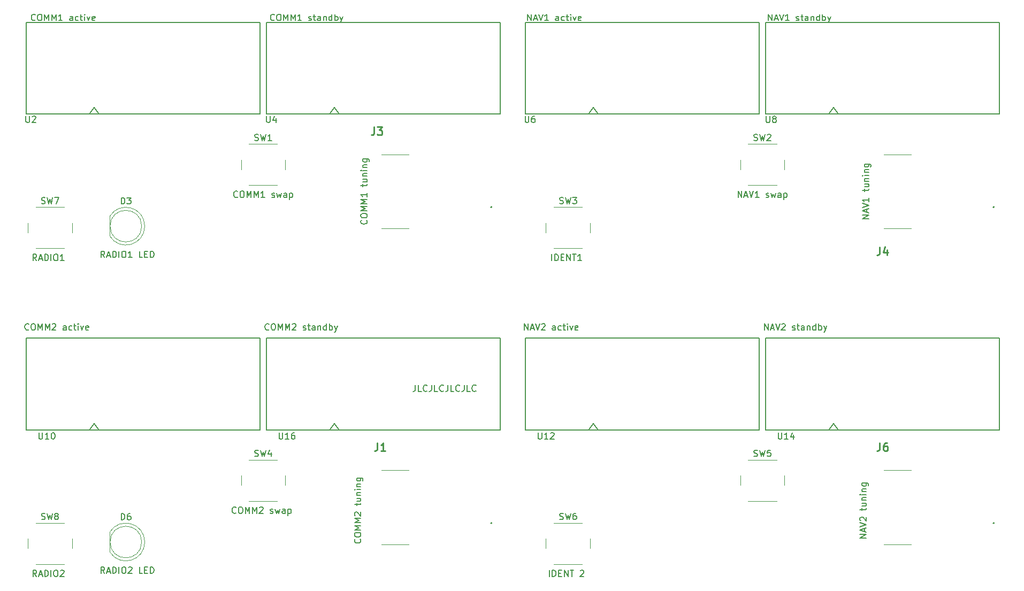
<source format=gbr>
%TF.GenerationSoftware,KiCad,Pcbnew,(5.1.6)-1*%
%TF.CreationDate,2020-09-26T15:59:42-07:00*%
%TF.ProjectId,Cessna 172 nav and com radio,43657373-6e61-4203-9137-32206e617620,rev?*%
%TF.SameCoordinates,Original*%
%TF.FileFunction,Legend,Top*%
%TF.FilePolarity,Positive*%
%FSLAX46Y46*%
G04 Gerber Fmt 4.6, Leading zero omitted, Abs format (unit mm)*
G04 Created by KiCad (PCBNEW (5.1.6)-1) date 2020-09-26 15:59:42*
%MOMM*%
%LPD*%
G01*
G04 APERTURE LIST*
%ADD10C,0.150000*%
%ADD11C,0.203200*%
%ADD12C,0.120000*%
%ADD13C,0.100000*%
%ADD14C,0.200000*%
%ADD15C,0.254000*%
G04 APERTURE END LIST*
D10*
X104092952Y-91146380D02*
X104092952Y-91860666D01*
X104045333Y-92003523D01*
X103950095Y-92098761D01*
X103807238Y-92146380D01*
X103712000Y-92146380D01*
X105045333Y-92146380D02*
X104569142Y-92146380D01*
X104569142Y-91146380D01*
X105950095Y-92051142D02*
X105902476Y-92098761D01*
X105759619Y-92146380D01*
X105664380Y-92146380D01*
X105521523Y-92098761D01*
X105426285Y-92003523D01*
X105378666Y-91908285D01*
X105331047Y-91717809D01*
X105331047Y-91574952D01*
X105378666Y-91384476D01*
X105426285Y-91289238D01*
X105521523Y-91194000D01*
X105664380Y-91146380D01*
X105759619Y-91146380D01*
X105902476Y-91194000D01*
X105950095Y-91241619D01*
X106664380Y-91146380D02*
X106664380Y-91860666D01*
X106616761Y-92003523D01*
X106521523Y-92098761D01*
X106378666Y-92146380D01*
X106283428Y-92146380D01*
X107616761Y-92146380D02*
X107140571Y-92146380D01*
X107140571Y-91146380D01*
X108521523Y-92051142D02*
X108473904Y-92098761D01*
X108331047Y-92146380D01*
X108235809Y-92146380D01*
X108092952Y-92098761D01*
X107997714Y-92003523D01*
X107950095Y-91908285D01*
X107902476Y-91717809D01*
X107902476Y-91574952D01*
X107950095Y-91384476D01*
X107997714Y-91289238D01*
X108092952Y-91194000D01*
X108235809Y-91146380D01*
X108331047Y-91146380D01*
X108473904Y-91194000D01*
X108521523Y-91241619D01*
X109235809Y-91146380D02*
X109235809Y-91860666D01*
X109188190Y-92003523D01*
X109092952Y-92098761D01*
X108950095Y-92146380D01*
X108854857Y-92146380D01*
X110188190Y-92146380D02*
X109712000Y-92146380D01*
X109712000Y-91146380D01*
X111092952Y-92051142D02*
X111045333Y-92098761D01*
X110902476Y-92146380D01*
X110807238Y-92146380D01*
X110664380Y-92098761D01*
X110569142Y-92003523D01*
X110521523Y-91908285D01*
X110473904Y-91717809D01*
X110473904Y-91574952D01*
X110521523Y-91384476D01*
X110569142Y-91289238D01*
X110664380Y-91194000D01*
X110807238Y-91146380D01*
X110902476Y-91146380D01*
X111045333Y-91194000D01*
X111092952Y-91241619D01*
X111807238Y-91146380D02*
X111807238Y-91860666D01*
X111759619Y-92003523D01*
X111664380Y-92098761D01*
X111521523Y-92146380D01*
X111426285Y-92146380D01*
X112759619Y-92146380D02*
X112283428Y-92146380D01*
X112283428Y-91146380D01*
X113664380Y-92051142D02*
X113616761Y-92098761D01*
X113473904Y-92146380D01*
X113378666Y-92146380D01*
X113235809Y-92098761D01*
X113140571Y-92003523D01*
X113092952Y-91908285D01*
X113045333Y-91717809D01*
X113045333Y-91574952D01*
X113092952Y-91384476D01*
X113140571Y-91289238D01*
X113235809Y-91194000D01*
X113378666Y-91146380D01*
X113473904Y-91146380D01*
X113616761Y-91194000D01*
X113664380Y-91241619D01*
X44142857Y-121452380D02*
X43809523Y-120976190D01*
X43571428Y-121452380D02*
X43571428Y-120452380D01*
X43952380Y-120452380D01*
X44047619Y-120500000D01*
X44095238Y-120547619D01*
X44142857Y-120642857D01*
X44142857Y-120785714D01*
X44095238Y-120880952D01*
X44047619Y-120928571D01*
X43952380Y-120976190D01*
X43571428Y-120976190D01*
X44523809Y-121166666D02*
X45000000Y-121166666D01*
X44428571Y-121452380D02*
X44761904Y-120452380D01*
X45095238Y-121452380D01*
X45428571Y-121452380D02*
X45428571Y-120452380D01*
X45666666Y-120452380D01*
X45809523Y-120500000D01*
X45904761Y-120595238D01*
X45952380Y-120690476D01*
X46000000Y-120880952D01*
X46000000Y-121023809D01*
X45952380Y-121214285D01*
X45904761Y-121309523D01*
X45809523Y-121404761D01*
X45666666Y-121452380D01*
X45428571Y-121452380D01*
X46428571Y-121452380D02*
X46428571Y-120452380D01*
X47095238Y-120452380D02*
X47285714Y-120452380D01*
X47380952Y-120500000D01*
X47476190Y-120595238D01*
X47523809Y-120785714D01*
X47523809Y-121119047D01*
X47476190Y-121309523D01*
X47380952Y-121404761D01*
X47285714Y-121452380D01*
X47095238Y-121452380D01*
X47000000Y-121404761D01*
X46904761Y-121309523D01*
X46857142Y-121119047D01*
X46857142Y-120785714D01*
X46904761Y-120595238D01*
X47000000Y-120500000D01*
X47095238Y-120452380D01*
X47904761Y-120547619D02*
X47952380Y-120500000D01*
X48047619Y-120452380D01*
X48285714Y-120452380D01*
X48380952Y-120500000D01*
X48428571Y-120547619D01*
X48476190Y-120642857D01*
X48476190Y-120738095D01*
X48428571Y-120880952D01*
X47857142Y-121452380D01*
X48476190Y-121452380D01*
X44142857Y-71452380D02*
X43809523Y-70976190D01*
X43571428Y-71452380D02*
X43571428Y-70452380D01*
X43952380Y-70452380D01*
X44047619Y-70500000D01*
X44095238Y-70547619D01*
X44142857Y-70642857D01*
X44142857Y-70785714D01*
X44095238Y-70880952D01*
X44047619Y-70928571D01*
X43952380Y-70976190D01*
X43571428Y-70976190D01*
X44523809Y-71166666D02*
X45000000Y-71166666D01*
X44428571Y-71452380D02*
X44761904Y-70452380D01*
X45095238Y-71452380D01*
X45428571Y-71452380D02*
X45428571Y-70452380D01*
X45666666Y-70452380D01*
X45809523Y-70500000D01*
X45904761Y-70595238D01*
X45952380Y-70690476D01*
X46000000Y-70880952D01*
X46000000Y-71023809D01*
X45952380Y-71214285D01*
X45904761Y-71309523D01*
X45809523Y-71404761D01*
X45666666Y-71452380D01*
X45428571Y-71452380D01*
X46428571Y-71452380D02*
X46428571Y-70452380D01*
X47095238Y-70452380D02*
X47285714Y-70452380D01*
X47380952Y-70500000D01*
X47476190Y-70595238D01*
X47523809Y-70785714D01*
X47523809Y-71119047D01*
X47476190Y-71309523D01*
X47380952Y-71404761D01*
X47285714Y-71452380D01*
X47095238Y-71452380D01*
X47000000Y-71404761D01*
X46904761Y-71309523D01*
X46857142Y-71119047D01*
X46857142Y-70785714D01*
X46904761Y-70595238D01*
X47000000Y-70500000D01*
X47095238Y-70452380D01*
X48476190Y-71452380D02*
X47904761Y-71452380D01*
X48190476Y-71452380D02*
X48190476Y-70452380D01*
X48095238Y-70595238D01*
X48000000Y-70690476D01*
X47904761Y-70738095D01*
X125285714Y-121452380D02*
X125285714Y-120452380D01*
X125761904Y-121452380D02*
X125761904Y-120452380D01*
X126000000Y-120452380D01*
X126142857Y-120500000D01*
X126238095Y-120595238D01*
X126285714Y-120690476D01*
X126333333Y-120880952D01*
X126333333Y-121023809D01*
X126285714Y-121214285D01*
X126238095Y-121309523D01*
X126142857Y-121404761D01*
X126000000Y-121452380D01*
X125761904Y-121452380D01*
X126761904Y-120928571D02*
X127095238Y-120928571D01*
X127238095Y-121452380D02*
X126761904Y-121452380D01*
X126761904Y-120452380D01*
X127238095Y-120452380D01*
X127666666Y-121452380D02*
X127666666Y-120452380D01*
X128238095Y-121452380D01*
X128238095Y-120452380D01*
X128571428Y-120452380D02*
X129142857Y-120452380D01*
X128857142Y-121452380D02*
X128857142Y-120452380D01*
X130190476Y-120547619D02*
X130238095Y-120500000D01*
X130333333Y-120452380D01*
X130571428Y-120452380D01*
X130666666Y-120500000D01*
X130714285Y-120547619D01*
X130761904Y-120642857D01*
X130761904Y-120738095D01*
X130714285Y-120880952D01*
X130142857Y-121452380D01*
X130761904Y-121452380D01*
X125666666Y-71452380D02*
X125666666Y-70452380D01*
X126142857Y-71452380D02*
X126142857Y-70452380D01*
X126380952Y-70452380D01*
X126523809Y-70500000D01*
X126619047Y-70595238D01*
X126666666Y-70690476D01*
X126714285Y-70880952D01*
X126714285Y-71023809D01*
X126666666Y-71214285D01*
X126619047Y-71309523D01*
X126523809Y-71404761D01*
X126380952Y-71452380D01*
X126142857Y-71452380D01*
X127142857Y-70928571D02*
X127476190Y-70928571D01*
X127619047Y-71452380D02*
X127142857Y-71452380D01*
X127142857Y-70452380D01*
X127619047Y-70452380D01*
X128047619Y-71452380D02*
X128047619Y-70452380D01*
X128619047Y-71452380D01*
X128619047Y-70452380D01*
X128952380Y-70452380D02*
X129523809Y-70452380D01*
X129238095Y-71452380D02*
X129238095Y-70452380D01*
X130380952Y-71452380D02*
X129809523Y-71452380D01*
X130095238Y-71452380D02*
X130095238Y-70452380D01*
X130000000Y-70595238D01*
X129904761Y-70690476D01*
X129809523Y-70738095D01*
X155166666Y-61452380D02*
X155166666Y-60452380D01*
X155738095Y-61452380D01*
X155738095Y-60452380D01*
X156166666Y-61166666D02*
X156642857Y-61166666D01*
X156071428Y-61452380D02*
X156404761Y-60452380D01*
X156738095Y-61452380D01*
X156928571Y-60452380D02*
X157261904Y-61452380D01*
X157595238Y-60452380D01*
X158452380Y-61452380D02*
X157880952Y-61452380D01*
X158166666Y-61452380D02*
X158166666Y-60452380D01*
X158071428Y-60595238D01*
X157976190Y-60690476D01*
X157880952Y-60738095D01*
X159595238Y-61404761D02*
X159690476Y-61452380D01*
X159880952Y-61452380D01*
X159976190Y-61404761D01*
X160023809Y-61309523D01*
X160023809Y-61261904D01*
X159976190Y-61166666D01*
X159880952Y-61119047D01*
X159738095Y-61119047D01*
X159642857Y-61071428D01*
X159595238Y-60976190D01*
X159595238Y-60928571D01*
X159642857Y-60833333D01*
X159738095Y-60785714D01*
X159880952Y-60785714D01*
X159976190Y-60833333D01*
X160357142Y-60785714D02*
X160547619Y-61452380D01*
X160738095Y-60976190D01*
X160928571Y-61452380D01*
X161119047Y-60785714D01*
X161928571Y-61452380D02*
X161928571Y-60928571D01*
X161880952Y-60833333D01*
X161785714Y-60785714D01*
X161595238Y-60785714D01*
X161500000Y-60833333D01*
X161928571Y-61404761D02*
X161833333Y-61452380D01*
X161595238Y-61452380D01*
X161500000Y-61404761D01*
X161452380Y-61309523D01*
X161452380Y-61214285D01*
X161500000Y-61119047D01*
X161595238Y-61071428D01*
X161833333Y-61071428D01*
X161928571Y-61023809D01*
X162404761Y-60785714D02*
X162404761Y-61785714D01*
X162404761Y-60833333D02*
X162500000Y-60785714D01*
X162690476Y-60785714D01*
X162785714Y-60833333D01*
X162833333Y-60880952D01*
X162880952Y-60976190D01*
X162880952Y-61261904D01*
X162833333Y-61357142D01*
X162785714Y-61404761D01*
X162690476Y-61452380D01*
X162500000Y-61452380D01*
X162404761Y-61404761D01*
X75952380Y-61357142D02*
X75904761Y-61404761D01*
X75761904Y-61452380D01*
X75666666Y-61452380D01*
X75523809Y-61404761D01*
X75428571Y-61309523D01*
X75380952Y-61214285D01*
X75333333Y-61023809D01*
X75333333Y-60880952D01*
X75380952Y-60690476D01*
X75428571Y-60595238D01*
X75523809Y-60500000D01*
X75666666Y-60452380D01*
X75761904Y-60452380D01*
X75904761Y-60500000D01*
X75952380Y-60547619D01*
X76571428Y-60452380D02*
X76761904Y-60452380D01*
X76857142Y-60500000D01*
X76952380Y-60595238D01*
X77000000Y-60785714D01*
X77000000Y-61119047D01*
X76952380Y-61309523D01*
X76857142Y-61404761D01*
X76761904Y-61452380D01*
X76571428Y-61452380D01*
X76476190Y-61404761D01*
X76380952Y-61309523D01*
X76333333Y-61119047D01*
X76333333Y-60785714D01*
X76380952Y-60595238D01*
X76476190Y-60500000D01*
X76571428Y-60452380D01*
X77428571Y-61452380D02*
X77428571Y-60452380D01*
X77761904Y-61166666D01*
X78095238Y-60452380D01*
X78095238Y-61452380D01*
X78571428Y-61452380D02*
X78571428Y-60452380D01*
X78904761Y-61166666D01*
X79238095Y-60452380D01*
X79238095Y-61452380D01*
X80238095Y-61452380D02*
X79666666Y-61452380D01*
X79952380Y-61452380D02*
X79952380Y-60452380D01*
X79857142Y-60595238D01*
X79761904Y-60690476D01*
X79666666Y-60738095D01*
X81380952Y-61404761D02*
X81476190Y-61452380D01*
X81666666Y-61452380D01*
X81761904Y-61404761D01*
X81809523Y-61309523D01*
X81809523Y-61261904D01*
X81761904Y-61166666D01*
X81666666Y-61119047D01*
X81523809Y-61119047D01*
X81428571Y-61071428D01*
X81380952Y-60976190D01*
X81380952Y-60928571D01*
X81428571Y-60833333D01*
X81523809Y-60785714D01*
X81666666Y-60785714D01*
X81761904Y-60833333D01*
X82142857Y-60785714D02*
X82333333Y-61452380D01*
X82523809Y-60976190D01*
X82714285Y-61452380D01*
X82904761Y-60785714D01*
X83714285Y-61452380D02*
X83714285Y-60928571D01*
X83666666Y-60833333D01*
X83571428Y-60785714D01*
X83380952Y-60785714D01*
X83285714Y-60833333D01*
X83714285Y-61404761D02*
X83619047Y-61452380D01*
X83380952Y-61452380D01*
X83285714Y-61404761D01*
X83238095Y-61309523D01*
X83238095Y-61214285D01*
X83285714Y-61119047D01*
X83380952Y-61071428D01*
X83619047Y-61071428D01*
X83714285Y-61023809D01*
X84190476Y-60785714D02*
X84190476Y-61785714D01*
X84190476Y-60833333D02*
X84285714Y-60785714D01*
X84476190Y-60785714D01*
X84571428Y-60833333D01*
X84619047Y-60880952D01*
X84666666Y-60976190D01*
X84666666Y-61261904D01*
X84619047Y-61357142D01*
X84571428Y-61404761D01*
X84476190Y-61452380D01*
X84285714Y-61452380D01*
X84190476Y-61404761D01*
X75702380Y-111357142D02*
X75654761Y-111404761D01*
X75511904Y-111452380D01*
X75416666Y-111452380D01*
X75273809Y-111404761D01*
X75178571Y-111309523D01*
X75130952Y-111214285D01*
X75083333Y-111023809D01*
X75083333Y-110880952D01*
X75130952Y-110690476D01*
X75178571Y-110595238D01*
X75273809Y-110500000D01*
X75416666Y-110452380D01*
X75511904Y-110452380D01*
X75654761Y-110500000D01*
X75702380Y-110547619D01*
X76321428Y-110452380D02*
X76511904Y-110452380D01*
X76607142Y-110500000D01*
X76702380Y-110595238D01*
X76750000Y-110785714D01*
X76750000Y-111119047D01*
X76702380Y-111309523D01*
X76607142Y-111404761D01*
X76511904Y-111452380D01*
X76321428Y-111452380D01*
X76226190Y-111404761D01*
X76130952Y-111309523D01*
X76083333Y-111119047D01*
X76083333Y-110785714D01*
X76130952Y-110595238D01*
X76226190Y-110500000D01*
X76321428Y-110452380D01*
X77178571Y-111452380D02*
X77178571Y-110452380D01*
X77511904Y-111166666D01*
X77845238Y-110452380D01*
X77845238Y-111452380D01*
X78321428Y-111452380D02*
X78321428Y-110452380D01*
X78654761Y-111166666D01*
X78988095Y-110452380D01*
X78988095Y-111452380D01*
X79416666Y-110547619D02*
X79464285Y-110500000D01*
X79559523Y-110452380D01*
X79797619Y-110452380D01*
X79892857Y-110500000D01*
X79940476Y-110547619D01*
X79988095Y-110642857D01*
X79988095Y-110738095D01*
X79940476Y-110880952D01*
X79369047Y-111452380D01*
X79988095Y-111452380D01*
X81130952Y-111404761D02*
X81226190Y-111452380D01*
X81416666Y-111452380D01*
X81511904Y-111404761D01*
X81559523Y-111309523D01*
X81559523Y-111261904D01*
X81511904Y-111166666D01*
X81416666Y-111119047D01*
X81273809Y-111119047D01*
X81178571Y-111071428D01*
X81130952Y-110976190D01*
X81130952Y-110928571D01*
X81178571Y-110833333D01*
X81273809Y-110785714D01*
X81416666Y-110785714D01*
X81511904Y-110833333D01*
X81892857Y-110785714D02*
X82083333Y-111452380D01*
X82273809Y-110976190D01*
X82464285Y-111452380D01*
X82654761Y-110785714D01*
X83464285Y-111452380D02*
X83464285Y-110928571D01*
X83416666Y-110833333D01*
X83321428Y-110785714D01*
X83130952Y-110785714D01*
X83035714Y-110833333D01*
X83464285Y-111404761D02*
X83369047Y-111452380D01*
X83130952Y-111452380D01*
X83035714Y-111404761D01*
X82988095Y-111309523D01*
X82988095Y-111214285D01*
X83035714Y-111119047D01*
X83130952Y-111071428D01*
X83369047Y-111071428D01*
X83464285Y-111023809D01*
X83940476Y-110785714D02*
X83940476Y-111785714D01*
X83940476Y-110833333D02*
X84035714Y-110785714D01*
X84226190Y-110785714D01*
X84321428Y-110833333D01*
X84369047Y-110880952D01*
X84416666Y-110976190D01*
X84416666Y-111261904D01*
X84369047Y-111357142D01*
X84321428Y-111404761D01*
X84226190Y-111452380D01*
X84035714Y-111452380D01*
X83940476Y-111404761D01*
X54904761Y-120952380D02*
X54571428Y-120476190D01*
X54333333Y-120952380D02*
X54333333Y-119952380D01*
X54714285Y-119952380D01*
X54809523Y-120000000D01*
X54857142Y-120047619D01*
X54904761Y-120142857D01*
X54904761Y-120285714D01*
X54857142Y-120380952D01*
X54809523Y-120428571D01*
X54714285Y-120476190D01*
X54333333Y-120476190D01*
X55285714Y-120666666D02*
X55761904Y-120666666D01*
X55190476Y-120952380D02*
X55523809Y-119952380D01*
X55857142Y-120952380D01*
X56190476Y-120952380D02*
X56190476Y-119952380D01*
X56428571Y-119952380D01*
X56571428Y-120000000D01*
X56666666Y-120095238D01*
X56714285Y-120190476D01*
X56761904Y-120380952D01*
X56761904Y-120523809D01*
X56714285Y-120714285D01*
X56666666Y-120809523D01*
X56571428Y-120904761D01*
X56428571Y-120952380D01*
X56190476Y-120952380D01*
X57190476Y-120952380D02*
X57190476Y-119952380D01*
X57857142Y-119952380D02*
X58047619Y-119952380D01*
X58142857Y-120000000D01*
X58238095Y-120095238D01*
X58285714Y-120285714D01*
X58285714Y-120619047D01*
X58238095Y-120809523D01*
X58142857Y-120904761D01*
X58047619Y-120952380D01*
X57857142Y-120952380D01*
X57761904Y-120904761D01*
X57666666Y-120809523D01*
X57619047Y-120619047D01*
X57619047Y-120285714D01*
X57666666Y-120095238D01*
X57761904Y-120000000D01*
X57857142Y-119952380D01*
X58666666Y-120047619D02*
X58714285Y-120000000D01*
X58809523Y-119952380D01*
X59047619Y-119952380D01*
X59142857Y-120000000D01*
X59190476Y-120047619D01*
X59238095Y-120142857D01*
X59238095Y-120238095D01*
X59190476Y-120380952D01*
X58619047Y-120952380D01*
X59238095Y-120952380D01*
X60904761Y-120952380D02*
X60428571Y-120952380D01*
X60428571Y-119952380D01*
X61238095Y-120428571D02*
X61571428Y-120428571D01*
X61714285Y-120952380D02*
X61238095Y-120952380D01*
X61238095Y-119952380D01*
X61714285Y-119952380D01*
X62142857Y-120952380D02*
X62142857Y-119952380D01*
X62380952Y-119952380D01*
X62523809Y-120000000D01*
X62619047Y-120095238D01*
X62666666Y-120190476D01*
X62714285Y-120380952D01*
X62714285Y-120523809D01*
X62666666Y-120714285D01*
X62619047Y-120809523D01*
X62523809Y-120904761D01*
X62380952Y-120952380D01*
X62142857Y-120952380D01*
X175452380Y-115333333D02*
X174452380Y-115333333D01*
X175452380Y-114761904D01*
X174452380Y-114761904D01*
X175166666Y-114333333D02*
X175166666Y-113857142D01*
X175452380Y-114428571D02*
X174452380Y-114095238D01*
X175452380Y-113761904D01*
X174452380Y-113571428D02*
X175452380Y-113238095D01*
X174452380Y-112904761D01*
X174547619Y-112619047D02*
X174500000Y-112571428D01*
X174452380Y-112476190D01*
X174452380Y-112238095D01*
X174500000Y-112142857D01*
X174547619Y-112095238D01*
X174642857Y-112047619D01*
X174738095Y-112047619D01*
X174880952Y-112095238D01*
X175452380Y-112666666D01*
X175452380Y-112047619D01*
X174785714Y-111000000D02*
X174785714Y-110619047D01*
X174452380Y-110857142D02*
X175309523Y-110857142D01*
X175404761Y-110809523D01*
X175452380Y-110714285D01*
X175452380Y-110619047D01*
X174785714Y-109857142D02*
X175452380Y-109857142D01*
X174785714Y-110285714D02*
X175309523Y-110285714D01*
X175404761Y-110238095D01*
X175452380Y-110142857D01*
X175452380Y-110000000D01*
X175404761Y-109904761D01*
X175357142Y-109857142D01*
X174785714Y-109380952D02*
X175452380Y-109380952D01*
X174880952Y-109380952D02*
X174833333Y-109333333D01*
X174785714Y-109238095D01*
X174785714Y-109095238D01*
X174833333Y-109000000D01*
X174928571Y-108952380D01*
X175452380Y-108952380D01*
X175452380Y-108476190D02*
X174785714Y-108476190D01*
X174452380Y-108476190D02*
X174500000Y-108523809D01*
X174547619Y-108476190D01*
X174500000Y-108428571D01*
X174452380Y-108476190D01*
X174547619Y-108476190D01*
X174785714Y-108000000D02*
X175452380Y-108000000D01*
X174880952Y-108000000D02*
X174833333Y-107952380D01*
X174785714Y-107857142D01*
X174785714Y-107714285D01*
X174833333Y-107619047D01*
X174928571Y-107571428D01*
X175452380Y-107571428D01*
X174785714Y-106666666D02*
X175595238Y-106666666D01*
X175690476Y-106714285D01*
X175738095Y-106761904D01*
X175785714Y-106857142D01*
X175785714Y-107000000D01*
X175738095Y-107095238D01*
X175404761Y-106666666D02*
X175452380Y-106761904D01*
X175452380Y-106952380D01*
X175404761Y-107047619D01*
X175357142Y-107095238D01*
X175261904Y-107142857D01*
X174976190Y-107142857D01*
X174880952Y-107095238D01*
X174833333Y-107047619D01*
X174785714Y-106952380D01*
X174785714Y-106761904D01*
X174833333Y-106666666D01*
X95357142Y-115547619D02*
X95404761Y-115595238D01*
X95452380Y-115738095D01*
X95452380Y-115833333D01*
X95404761Y-115976190D01*
X95309523Y-116071428D01*
X95214285Y-116119047D01*
X95023809Y-116166666D01*
X94880952Y-116166666D01*
X94690476Y-116119047D01*
X94595238Y-116071428D01*
X94500000Y-115976190D01*
X94452380Y-115833333D01*
X94452380Y-115738095D01*
X94500000Y-115595238D01*
X94547619Y-115547619D01*
X94452380Y-114928571D02*
X94452380Y-114738095D01*
X94500000Y-114642857D01*
X94595238Y-114547619D01*
X94785714Y-114500000D01*
X95119047Y-114500000D01*
X95309523Y-114547619D01*
X95404761Y-114642857D01*
X95452380Y-114738095D01*
X95452380Y-114928571D01*
X95404761Y-115023809D01*
X95309523Y-115119047D01*
X95119047Y-115166666D01*
X94785714Y-115166666D01*
X94595238Y-115119047D01*
X94500000Y-115023809D01*
X94452380Y-114928571D01*
X95452380Y-114071428D02*
X94452380Y-114071428D01*
X95166666Y-113738095D01*
X94452380Y-113404761D01*
X95452380Y-113404761D01*
X95452380Y-112928571D02*
X94452380Y-112928571D01*
X95166666Y-112595238D01*
X94452380Y-112261904D01*
X95452380Y-112261904D01*
X94547619Y-111833333D02*
X94500000Y-111785714D01*
X94452380Y-111690476D01*
X94452380Y-111452380D01*
X94500000Y-111357142D01*
X94547619Y-111309523D01*
X94642857Y-111261904D01*
X94738095Y-111261904D01*
X94880952Y-111309523D01*
X95452380Y-111880952D01*
X95452380Y-111261904D01*
X94785714Y-110214285D02*
X94785714Y-109833333D01*
X94452380Y-110071428D02*
X95309523Y-110071428D01*
X95404761Y-110023809D01*
X95452380Y-109928571D01*
X95452380Y-109833333D01*
X94785714Y-109071428D02*
X95452380Y-109071428D01*
X94785714Y-109500000D02*
X95309523Y-109500000D01*
X95404761Y-109452380D01*
X95452380Y-109357142D01*
X95452380Y-109214285D01*
X95404761Y-109119047D01*
X95357142Y-109071428D01*
X94785714Y-108595238D02*
X95452380Y-108595238D01*
X94880952Y-108595238D02*
X94833333Y-108547619D01*
X94785714Y-108452380D01*
X94785714Y-108309523D01*
X94833333Y-108214285D01*
X94928571Y-108166666D01*
X95452380Y-108166666D01*
X95452380Y-107690476D02*
X94785714Y-107690476D01*
X94452380Y-107690476D02*
X94500000Y-107738095D01*
X94547619Y-107690476D01*
X94500000Y-107642857D01*
X94452380Y-107690476D01*
X94547619Y-107690476D01*
X94785714Y-107214285D02*
X95452380Y-107214285D01*
X94880952Y-107214285D02*
X94833333Y-107166666D01*
X94785714Y-107071428D01*
X94785714Y-106928571D01*
X94833333Y-106833333D01*
X94928571Y-106785714D01*
X95452380Y-106785714D01*
X94785714Y-105880952D02*
X95595238Y-105880952D01*
X95690476Y-105928571D01*
X95738095Y-105976190D01*
X95785714Y-106071428D01*
X95785714Y-106214285D01*
X95738095Y-106309523D01*
X95404761Y-105880952D02*
X95452380Y-105976190D01*
X95452380Y-106166666D01*
X95404761Y-106261904D01*
X95357142Y-106309523D01*
X95261904Y-106357142D01*
X94976190Y-106357142D01*
X94880952Y-106309523D01*
X94833333Y-106261904D01*
X94785714Y-106166666D01*
X94785714Y-105976190D01*
X94833333Y-105880952D01*
X80907023Y-82357142D02*
X80859404Y-82404761D01*
X80716547Y-82452380D01*
X80621309Y-82452380D01*
X80478452Y-82404761D01*
X80383214Y-82309523D01*
X80335595Y-82214285D01*
X80287976Y-82023809D01*
X80287976Y-81880952D01*
X80335595Y-81690476D01*
X80383214Y-81595238D01*
X80478452Y-81500000D01*
X80621309Y-81452380D01*
X80716547Y-81452380D01*
X80859404Y-81500000D01*
X80907023Y-81547619D01*
X81526071Y-81452380D02*
X81716547Y-81452380D01*
X81811785Y-81500000D01*
X81907023Y-81595238D01*
X81954642Y-81785714D01*
X81954642Y-82119047D01*
X81907023Y-82309523D01*
X81811785Y-82404761D01*
X81716547Y-82452380D01*
X81526071Y-82452380D01*
X81430833Y-82404761D01*
X81335595Y-82309523D01*
X81287976Y-82119047D01*
X81287976Y-81785714D01*
X81335595Y-81595238D01*
X81430833Y-81500000D01*
X81526071Y-81452380D01*
X82383214Y-82452380D02*
X82383214Y-81452380D01*
X82716547Y-82166666D01*
X83049880Y-81452380D01*
X83049880Y-82452380D01*
X83526071Y-82452380D02*
X83526071Y-81452380D01*
X83859404Y-82166666D01*
X84192738Y-81452380D01*
X84192738Y-82452380D01*
X84621309Y-81547619D02*
X84668928Y-81500000D01*
X84764166Y-81452380D01*
X85002261Y-81452380D01*
X85097500Y-81500000D01*
X85145119Y-81547619D01*
X85192738Y-81642857D01*
X85192738Y-81738095D01*
X85145119Y-81880952D01*
X84573690Y-82452380D01*
X85192738Y-82452380D01*
X86335595Y-82404761D02*
X86430833Y-82452380D01*
X86621309Y-82452380D01*
X86716547Y-82404761D01*
X86764166Y-82309523D01*
X86764166Y-82261904D01*
X86716547Y-82166666D01*
X86621309Y-82119047D01*
X86478452Y-82119047D01*
X86383214Y-82071428D01*
X86335595Y-81976190D01*
X86335595Y-81928571D01*
X86383214Y-81833333D01*
X86478452Y-81785714D01*
X86621309Y-81785714D01*
X86716547Y-81833333D01*
X87049880Y-81785714D02*
X87430833Y-81785714D01*
X87192738Y-81452380D02*
X87192738Y-82309523D01*
X87240357Y-82404761D01*
X87335595Y-82452380D01*
X87430833Y-82452380D01*
X88192738Y-82452380D02*
X88192738Y-81928571D01*
X88145119Y-81833333D01*
X88049880Y-81785714D01*
X87859404Y-81785714D01*
X87764166Y-81833333D01*
X88192738Y-82404761D02*
X88097500Y-82452380D01*
X87859404Y-82452380D01*
X87764166Y-82404761D01*
X87716547Y-82309523D01*
X87716547Y-82214285D01*
X87764166Y-82119047D01*
X87859404Y-82071428D01*
X88097500Y-82071428D01*
X88192738Y-82023809D01*
X88668928Y-81785714D02*
X88668928Y-82452380D01*
X88668928Y-81880952D02*
X88716547Y-81833333D01*
X88811785Y-81785714D01*
X88954642Y-81785714D01*
X89049880Y-81833333D01*
X89097500Y-81928571D01*
X89097500Y-82452380D01*
X90002261Y-82452380D02*
X90002261Y-81452380D01*
X90002261Y-82404761D02*
X89907023Y-82452380D01*
X89716547Y-82452380D01*
X89621309Y-82404761D01*
X89573690Y-82357142D01*
X89526071Y-82261904D01*
X89526071Y-81976190D01*
X89573690Y-81880952D01*
X89621309Y-81833333D01*
X89716547Y-81785714D01*
X89907023Y-81785714D01*
X90002261Y-81833333D01*
X90478452Y-82452380D02*
X90478452Y-81452380D01*
X90478452Y-81833333D02*
X90573690Y-81785714D01*
X90764166Y-81785714D01*
X90859404Y-81833333D01*
X90907023Y-81880952D01*
X90954642Y-81976190D01*
X90954642Y-82261904D01*
X90907023Y-82357142D01*
X90859404Y-82404761D01*
X90764166Y-82452380D01*
X90573690Y-82452380D01*
X90478452Y-82404761D01*
X91287976Y-81785714D02*
X91526071Y-82452380D01*
X91764166Y-81785714D02*
X91526071Y-82452380D01*
X91430833Y-82690476D01*
X91383214Y-82738095D01*
X91287976Y-82785714D01*
X121335595Y-82452380D02*
X121335595Y-81452380D01*
X121907023Y-82452380D01*
X121907023Y-81452380D01*
X122335595Y-82166666D02*
X122811785Y-82166666D01*
X122240357Y-82452380D02*
X122573690Y-81452380D01*
X122907023Y-82452380D01*
X123097500Y-81452380D02*
X123430833Y-82452380D01*
X123764166Y-81452380D01*
X124049880Y-81547619D02*
X124097500Y-81500000D01*
X124192738Y-81452380D01*
X124430833Y-81452380D01*
X124526071Y-81500000D01*
X124573690Y-81547619D01*
X124621309Y-81642857D01*
X124621309Y-81738095D01*
X124573690Y-81880952D01*
X124002261Y-82452380D01*
X124621309Y-82452380D01*
X126240357Y-82452380D02*
X126240357Y-81928571D01*
X126192738Y-81833333D01*
X126097500Y-81785714D01*
X125907023Y-81785714D01*
X125811785Y-81833333D01*
X126240357Y-82404761D02*
X126145119Y-82452380D01*
X125907023Y-82452380D01*
X125811785Y-82404761D01*
X125764166Y-82309523D01*
X125764166Y-82214285D01*
X125811785Y-82119047D01*
X125907023Y-82071428D01*
X126145119Y-82071428D01*
X126240357Y-82023809D01*
X127145119Y-82404761D02*
X127049880Y-82452380D01*
X126859404Y-82452380D01*
X126764166Y-82404761D01*
X126716547Y-82357142D01*
X126668928Y-82261904D01*
X126668928Y-81976190D01*
X126716547Y-81880952D01*
X126764166Y-81833333D01*
X126859404Y-81785714D01*
X127049880Y-81785714D01*
X127145119Y-81833333D01*
X127430833Y-81785714D02*
X127811785Y-81785714D01*
X127573690Y-81452380D02*
X127573690Y-82309523D01*
X127621309Y-82404761D01*
X127716547Y-82452380D01*
X127811785Y-82452380D01*
X128145119Y-82452380D02*
X128145119Y-81785714D01*
X128145119Y-81452380D02*
X128097500Y-81500000D01*
X128145119Y-81547619D01*
X128192738Y-81500000D01*
X128145119Y-81452380D01*
X128145119Y-81547619D01*
X128526071Y-81785714D02*
X128764166Y-82452380D01*
X129002261Y-81785714D01*
X129764166Y-82404761D02*
X129668928Y-82452380D01*
X129478452Y-82452380D01*
X129383214Y-82404761D01*
X129335595Y-82309523D01*
X129335595Y-81928571D01*
X129383214Y-81833333D01*
X129478452Y-81785714D01*
X129668928Y-81785714D01*
X129764166Y-81833333D01*
X129811785Y-81928571D01*
X129811785Y-82023809D01*
X129335595Y-82119047D01*
X159335595Y-82452380D02*
X159335595Y-81452380D01*
X159907023Y-82452380D01*
X159907023Y-81452380D01*
X160335595Y-82166666D02*
X160811785Y-82166666D01*
X160240357Y-82452380D02*
X160573690Y-81452380D01*
X160907023Y-82452380D01*
X161097500Y-81452380D02*
X161430833Y-82452380D01*
X161764166Y-81452380D01*
X162049880Y-81547619D02*
X162097500Y-81500000D01*
X162192738Y-81452380D01*
X162430833Y-81452380D01*
X162526071Y-81500000D01*
X162573690Y-81547619D01*
X162621309Y-81642857D01*
X162621309Y-81738095D01*
X162573690Y-81880952D01*
X162002261Y-82452380D01*
X162621309Y-82452380D01*
X163764166Y-82404761D02*
X163859404Y-82452380D01*
X164049880Y-82452380D01*
X164145119Y-82404761D01*
X164192738Y-82309523D01*
X164192738Y-82261904D01*
X164145119Y-82166666D01*
X164049880Y-82119047D01*
X163907023Y-82119047D01*
X163811785Y-82071428D01*
X163764166Y-81976190D01*
X163764166Y-81928571D01*
X163811785Y-81833333D01*
X163907023Y-81785714D01*
X164049880Y-81785714D01*
X164145119Y-81833333D01*
X164478452Y-81785714D02*
X164859404Y-81785714D01*
X164621309Y-81452380D02*
X164621309Y-82309523D01*
X164668928Y-82404761D01*
X164764166Y-82452380D01*
X164859404Y-82452380D01*
X165621309Y-82452380D02*
X165621309Y-81928571D01*
X165573690Y-81833333D01*
X165478452Y-81785714D01*
X165287976Y-81785714D01*
X165192738Y-81833333D01*
X165621309Y-82404761D02*
X165526071Y-82452380D01*
X165287976Y-82452380D01*
X165192738Y-82404761D01*
X165145119Y-82309523D01*
X165145119Y-82214285D01*
X165192738Y-82119047D01*
X165287976Y-82071428D01*
X165526071Y-82071428D01*
X165621309Y-82023809D01*
X166097500Y-81785714D02*
X166097500Y-82452380D01*
X166097500Y-81880952D02*
X166145119Y-81833333D01*
X166240357Y-81785714D01*
X166383214Y-81785714D01*
X166478452Y-81833333D01*
X166526071Y-81928571D01*
X166526071Y-82452380D01*
X167430833Y-82452380D02*
X167430833Y-81452380D01*
X167430833Y-82404761D02*
X167335595Y-82452380D01*
X167145119Y-82452380D01*
X167049880Y-82404761D01*
X167002261Y-82357142D01*
X166954642Y-82261904D01*
X166954642Y-81976190D01*
X167002261Y-81880952D01*
X167049880Y-81833333D01*
X167145119Y-81785714D01*
X167335595Y-81785714D01*
X167430833Y-81833333D01*
X167907023Y-82452380D02*
X167907023Y-81452380D01*
X167907023Y-81833333D02*
X168002261Y-81785714D01*
X168192738Y-81785714D01*
X168287976Y-81833333D01*
X168335595Y-81880952D01*
X168383214Y-81976190D01*
X168383214Y-82261904D01*
X168335595Y-82357142D01*
X168287976Y-82404761D01*
X168192738Y-82452380D01*
X168002261Y-82452380D01*
X167907023Y-82404761D01*
X168716547Y-81785714D02*
X168954642Y-82452380D01*
X169192738Y-81785714D02*
X168954642Y-82452380D01*
X168859404Y-82690476D01*
X168811785Y-82738095D01*
X168716547Y-82785714D01*
X42907023Y-82357142D02*
X42859404Y-82404761D01*
X42716547Y-82452380D01*
X42621309Y-82452380D01*
X42478452Y-82404761D01*
X42383214Y-82309523D01*
X42335595Y-82214285D01*
X42287976Y-82023809D01*
X42287976Y-81880952D01*
X42335595Y-81690476D01*
X42383214Y-81595238D01*
X42478452Y-81500000D01*
X42621309Y-81452380D01*
X42716547Y-81452380D01*
X42859404Y-81500000D01*
X42907023Y-81547619D01*
X43526071Y-81452380D02*
X43716547Y-81452380D01*
X43811785Y-81500000D01*
X43907023Y-81595238D01*
X43954642Y-81785714D01*
X43954642Y-82119047D01*
X43907023Y-82309523D01*
X43811785Y-82404761D01*
X43716547Y-82452380D01*
X43526071Y-82452380D01*
X43430833Y-82404761D01*
X43335595Y-82309523D01*
X43287976Y-82119047D01*
X43287976Y-81785714D01*
X43335595Y-81595238D01*
X43430833Y-81500000D01*
X43526071Y-81452380D01*
X44383214Y-82452380D02*
X44383214Y-81452380D01*
X44716547Y-82166666D01*
X45049880Y-81452380D01*
X45049880Y-82452380D01*
X45526071Y-82452380D02*
X45526071Y-81452380D01*
X45859404Y-82166666D01*
X46192738Y-81452380D01*
X46192738Y-82452380D01*
X46621309Y-81547619D02*
X46668928Y-81500000D01*
X46764166Y-81452380D01*
X47002261Y-81452380D01*
X47097500Y-81500000D01*
X47145119Y-81547619D01*
X47192738Y-81642857D01*
X47192738Y-81738095D01*
X47145119Y-81880952D01*
X46573690Y-82452380D01*
X47192738Y-82452380D01*
X48811785Y-82452380D02*
X48811785Y-81928571D01*
X48764166Y-81833333D01*
X48668928Y-81785714D01*
X48478452Y-81785714D01*
X48383214Y-81833333D01*
X48811785Y-82404761D02*
X48716547Y-82452380D01*
X48478452Y-82452380D01*
X48383214Y-82404761D01*
X48335595Y-82309523D01*
X48335595Y-82214285D01*
X48383214Y-82119047D01*
X48478452Y-82071428D01*
X48716547Y-82071428D01*
X48811785Y-82023809D01*
X49716547Y-82404761D02*
X49621309Y-82452380D01*
X49430833Y-82452380D01*
X49335595Y-82404761D01*
X49287976Y-82357142D01*
X49240357Y-82261904D01*
X49240357Y-81976190D01*
X49287976Y-81880952D01*
X49335595Y-81833333D01*
X49430833Y-81785714D01*
X49621309Y-81785714D01*
X49716547Y-81833333D01*
X50002261Y-81785714D02*
X50383214Y-81785714D01*
X50145119Y-81452380D02*
X50145119Y-82309523D01*
X50192738Y-82404761D01*
X50287976Y-82452380D01*
X50383214Y-82452380D01*
X50716547Y-82452380D02*
X50716547Y-81785714D01*
X50716547Y-81452380D02*
X50668928Y-81500000D01*
X50716547Y-81547619D01*
X50764166Y-81500000D01*
X50716547Y-81452380D01*
X50716547Y-81547619D01*
X51097500Y-81785714D02*
X51335595Y-82452380D01*
X51573690Y-81785714D01*
X52335595Y-82404761D02*
X52240357Y-82452380D01*
X52049880Y-82452380D01*
X51954642Y-82404761D01*
X51907023Y-82309523D01*
X51907023Y-81928571D01*
X51954642Y-81833333D01*
X52049880Y-81785714D01*
X52240357Y-81785714D01*
X52335595Y-81833333D01*
X52383214Y-81928571D01*
X52383214Y-82023809D01*
X51907023Y-82119047D01*
X175814380Y-64833333D02*
X174814380Y-64833333D01*
X175814380Y-64261904D01*
X174814380Y-64261904D01*
X175528666Y-63833333D02*
X175528666Y-63357142D01*
X175814380Y-63928571D02*
X174814380Y-63595238D01*
X175814380Y-63261904D01*
X174814380Y-63071428D02*
X175814380Y-62738095D01*
X174814380Y-62404761D01*
X175814380Y-61547619D02*
X175814380Y-62119047D01*
X175814380Y-61833333D02*
X174814380Y-61833333D01*
X174957238Y-61928571D01*
X175052476Y-62023809D01*
X175100095Y-62119047D01*
X175147714Y-60500000D02*
X175147714Y-60119047D01*
X174814380Y-60357142D02*
X175671523Y-60357142D01*
X175766761Y-60309523D01*
X175814380Y-60214285D01*
X175814380Y-60119047D01*
X175147714Y-59357142D02*
X175814380Y-59357142D01*
X175147714Y-59785714D02*
X175671523Y-59785714D01*
X175766761Y-59738095D01*
X175814380Y-59642857D01*
X175814380Y-59500000D01*
X175766761Y-59404761D01*
X175719142Y-59357142D01*
X175147714Y-58880952D02*
X175814380Y-58880952D01*
X175242952Y-58880952D02*
X175195333Y-58833333D01*
X175147714Y-58738095D01*
X175147714Y-58595238D01*
X175195333Y-58500000D01*
X175290571Y-58452380D01*
X175814380Y-58452380D01*
X175814380Y-57976190D02*
X175147714Y-57976190D01*
X174814380Y-57976190D02*
X174862000Y-58023809D01*
X174909619Y-57976190D01*
X174862000Y-57928571D01*
X174814380Y-57976190D01*
X174909619Y-57976190D01*
X175147714Y-57500000D02*
X175814380Y-57500000D01*
X175242952Y-57500000D02*
X175195333Y-57452380D01*
X175147714Y-57357142D01*
X175147714Y-57214285D01*
X175195333Y-57119047D01*
X175290571Y-57071428D01*
X175814380Y-57071428D01*
X175147714Y-56166666D02*
X175957238Y-56166666D01*
X176052476Y-56214285D01*
X176100095Y-56261904D01*
X176147714Y-56357142D01*
X176147714Y-56500000D01*
X176100095Y-56595238D01*
X175766761Y-56166666D02*
X175814380Y-56261904D01*
X175814380Y-56452380D01*
X175766761Y-56547619D01*
X175719142Y-56595238D01*
X175623904Y-56642857D01*
X175338190Y-56642857D01*
X175242952Y-56595238D01*
X175195333Y-56547619D01*
X175147714Y-56452380D01*
X175147714Y-56261904D01*
X175195333Y-56166666D01*
X96357142Y-65047619D02*
X96404761Y-65095238D01*
X96452380Y-65238095D01*
X96452380Y-65333333D01*
X96404761Y-65476190D01*
X96309523Y-65571428D01*
X96214285Y-65619047D01*
X96023809Y-65666666D01*
X95880952Y-65666666D01*
X95690476Y-65619047D01*
X95595238Y-65571428D01*
X95500000Y-65476190D01*
X95452380Y-65333333D01*
X95452380Y-65238095D01*
X95500000Y-65095238D01*
X95547619Y-65047619D01*
X95452380Y-64428571D02*
X95452380Y-64238095D01*
X95500000Y-64142857D01*
X95595238Y-64047619D01*
X95785714Y-64000000D01*
X96119047Y-64000000D01*
X96309523Y-64047619D01*
X96404761Y-64142857D01*
X96452380Y-64238095D01*
X96452380Y-64428571D01*
X96404761Y-64523809D01*
X96309523Y-64619047D01*
X96119047Y-64666666D01*
X95785714Y-64666666D01*
X95595238Y-64619047D01*
X95500000Y-64523809D01*
X95452380Y-64428571D01*
X96452380Y-63571428D02*
X95452380Y-63571428D01*
X96166666Y-63238095D01*
X95452380Y-62904761D01*
X96452380Y-62904761D01*
X96452380Y-62428571D02*
X95452380Y-62428571D01*
X96166666Y-62095238D01*
X95452380Y-61761904D01*
X96452380Y-61761904D01*
X96452380Y-60761904D02*
X96452380Y-61333333D01*
X96452380Y-61047619D02*
X95452380Y-61047619D01*
X95595238Y-61142857D01*
X95690476Y-61238095D01*
X95738095Y-61333333D01*
X95785714Y-59714285D02*
X95785714Y-59333333D01*
X95452380Y-59571428D02*
X96309523Y-59571428D01*
X96404761Y-59523809D01*
X96452380Y-59428571D01*
X96452380Y-59333333D01*
X95785714Y-58571428D02*
X96452380Y-58571428D01*
X95785714Y-59000000D02*
X96309523Y-59000000D01*
X96404761Y-58952380D01*
X96452380Y-58857142D01*
X96452380Y-58714285D01*
X96404761Y-58619047D01*
X96357142Y-58571428D01*
X95785714Y-58095238D02*
X96452380Y-58095238D01*
X95880952Y-58095238D02*
X95833333Y-58047619D01*
X95785714Y-57952380D01*
X95785714Y-57809523D01*
X95833333Y-57714285D01*
X95928571Y-57666666D01*
X96452380Y-57666666D01*
X96452380Y-57190476D02*
X95785714Y-57190476D01*
X95452380Y-57190476D02*
X95500000Y-57238095D01*
X95547619Y-57190476D01*
X95500000Y-57142857D01*
X95452380Y-57190476D01*
X95547619Y-57190476D01*
X95785714Y-56714285D02*
X96452380Y-56714285D01*
X95880952Y-56714285D02*
X95833333Y-56666666D01*
X95785714Y-56571428D01*
X95785714Y-56428571D01*
X95833333Y-56333333D01*
X95928571Y-56285714D01*
X96452380Y-56285714D01*
X95785714Y-55380952D02*
X96595238Y-55380952D01*
X96690476Y-55428571D01*
X96738095Y-55476190D01*
X96785714Y-55571428D01*
X96785714Y-55714285D01*
X96738095Y-55809523D01*
X96404761Y-55380952D02*
X96452380Y-55476190D01*
X96452380Y-55666666D01*
X96404761Y-55761904D01*
X96357142Y-55809523D01*
X96261904Y-55857142D01*
X95976190Y-55857142D01*
X95880952Y-55809523D01*
X95833333Y-55761904D01*
X95785714Y-55666666D01*
X95785714Y-55476190D01*
X95833333Y-55380952D01*
X54904761Y-70952380D02*
X54571428Y-70476190D01*
X54333333Y-70952380D02*
X54333333Y-69952380D01*
X54714285Y-69952380D01*
X54809523Y-70000000D01*
X54857142Y-70047619D01*
X54904761Y-70142857D01*
X54904761Y-70285714D01*
X54857142Y-70380952D01*
X54809523Y-70428571D01*
X54714285Y-70476190D01*
X54333333Y-70476190D01*
X55285714Y-70666666D02*
X55761904Y-70666666D01*
X55190476Y-70952380D02*
X55523809Y-69952380D01*
X55857142Y-70952380D01*
X56190476Y-70952380D02*
X56190476Y-69952380D01*
X56428571Y-69952380D01*
X56571428Y-70000000D01*
X56666666Y-70095238D01*
X56714285Y-70190476D01*
X56761904Y-70380952D01*
X56761904Y-70523809D01*
X56714285Y-70714285D01*
X56666666Y-70809523D01*
X56571428Y-70904761D01*
X56428571Y-70952380D01*
X56190476Y-70952380D01*
X57190476Y-70952380D02*
X57190476Y-69952380D01*
X57857142Y-69952380D02*
X58047619Y-69952380D01*
X58142857Y-70000000D01*
X58238095Y-70095238D01*
X58285714Y-70285714D01*
X58285714Y-70619047D01*
X58238095Y-70809523D01*
X58142857Y-70904761D01*
X58047619Y-70952380D01*
X57857142Y-70952380D01*
X57761904Y-70904761D01*
X57666666Y-70809523D01*
X57619047Y-70619047D01*
X57619047Y-70285714D01*
X57666666Y-70095238D01*
X57761904Y-70000000D01*
X57857142Y-69952380D01*
X59238095Y-70952380D02*
X58666666Y-70952380D01*
X58952380Y-70952380D02*
X58952380Y-69952380D01*
X58857142Y-70095238D01*
X58761904Y-70190476D01*
X58666666Y-70238095D01*
X60904761Y-70952380D02*
X60428571Y-70952380D01*
X60428571Y-69952380D01*
X61238095Y-70428571D02*
X61571428Y-70428571D01*
X61714285Y-70952380D02*
X61238095Y-70952380D01*
X61238095Y-69952380D01*
X61714285Y-69952380D01*
X62142857Y-70952380D02*
X62142857Y-69952380D01*
X62380952Y-69952380D01*
X62523809Y-70000000D01*
X62619047Y-70095238D01*
X62666666Y-70190476D01*
X62714285Y-70380952D01*
X62714285Y-70523809D01*
X62666666Y-70714285D01*
X62619047Y-70809523D01*
X62523809Y-70904761D01*
X62380952Y-70952380D01*
X62142857Y-70952380D01*
X159941595Y-33455380D02*
X159941595Y-32455380D01*
X160513023Y-33455380D01*
X160513023Y-32455380D01*
X160941595Y-33169666D02*
X161417785Y-33169666D01*
X160846357Y-33455380D02*
X161179690Y-32455380D01*
X161513023Y-33455380D01*
X161703500Y-32455380D02*
X162036833Y-33455380D01*
X162370166Y-32455380D01*
X163227309Y-33455380D02*
X162655880Y-33455380D01*
X162941595Y-33455380D02*
X162941595Y-32455380D01*
X162846357Y-32598238D01*
X162751119Y-32693476D01*
X162655880Y-32741095D01*
X164370166Y-33407761D02*
X164465404Y-33455380D01*
X164655880Y-33455380D01*
X164751119Y-33407761D01*
X164798738Y-33312523D01*
X164798738Y-33264904D01*
X164751119Y-33169666D01*
X164655880Y-33122047D01*
X164513023Y-33122047D01*
X164417785Y-33074428D01*
X164370166Y-32979190D01*
X164370166Y-32931571D01*
X164417785Y-32836333D01*
X164513023Y-32788714D01*
X164655880Y-32788714D01*
X164751119Y-32836333D01*
X165084452Y-32788714D02*
X165465404Y-32788714D01*
X165227309Y-32455380D02*
X165227309Y-33312523D01*
X165274928Y-33407761D01*
X165370166Y-33455380D01*
X165465404Y-33455380D01*
X166227309Y-33455380D02*
X166227309Y-32931571D01*
X166179690Y-32836333D01*
X166084452Y-32788714D01*
X165893976Y-32788714D01*
X165798738Y-32836333D01*
X166227309Y-33407761D02*
X166132071Y-33455380D01*
X165893976Y-33455380D01*
X165798738Y-33407761D01*
X165751119Y-33312523D01*
X165751119Y-33217285D01*
X165798738Y-33122047D01*
X165893976Y-33074428D01*
X166132071Y-33074428D01*
X166227309Y-33026809D01*
X166703500Y-32788714D02*
X166703500Y-33455380D01*
X166703500Y-32883952D02*
X166751119Y-32836333D01*
X166846357Y-32788714D01*
X166989214Y-32788714D01*
X167084452Y-32836333D01*
X167132071Y-32931571D01*
X167132071Y-33455380D01*
X168036833Y-33455380D02*
X168036833Y-32455380D01*
X168036833Y-33407761D02*
X167941595Y-33455380D01*
X167751119Y-33455380D01*
X167655880Y-33407761D01*
X167608261Y-33360142D01*
X167560642Y-33264904D01*
X167560642Y-32979190D01*
X167608261Y-32883952D01*
X167655880Y-32836333D01*
X167751119Y-32788714D01*
X167941595Y-32788714D01*
X168036833Y-32836333D01*
X168513023Y-33455380D02*
X168513023Y-32455380D01*
X168513023Y-32836333D02*
X168608261Y-32788714D01*
X168798738Y-32788714D01*
X168893976Y-32836333D01*
X168941595Y-32883952D01*
X168989214Y-32979190D01*
X168989214Y-33264904D01*
X168941595Y-33360142D01*
X168893976Y-33407761D01*
X168798738Y-33455380D01*
X168608261Y-33455380D01*
X168513023Y-33407761D01*
X169322547Y-32788714D02*
X169560642Y-33455380D01*
X169798738Y-32788714D02*
X169560642Y-33455380D01*
X169465404Y-33693476D01*
X169417785Y-33741095D01*
X169322547Y-33788714D01*
X121841595Y-33455380D02*
X121841595Y-32455380D01*
X122413023Y-33455380D01*
X122413023Y-32455380D01*
X122841595Y-33169666D02*
X123317785Y-33169666D01*
X122746357Y-33455380D02*
X123079690Y-32455380D01*
X123413023Y-33455380D01*
X123603500Y-32455380D02*
X123936833Y-33455380D01*
X124270166Y-32455380D01*
X125127309Y-33455380D02*
X124555880Y-33455380D01*
X124841595Y-33455380D02*
X124841595Y-32455380D01*
X124746357Y-32598238D01*
X124651119Y-32693476D01*
X124555880Y-32741095D01*
X126746357Y-33455380D02*
X126746357Y-32931571D01*
X126698738Y-32836333D01*
X126603500Y-32788714D01*
X126413023Y-32788714D01*
X126317785Y-32836333D01*
X126746357Y-33407761D02*
X126651119Y-33455380D01*
X126413023Y-33455380D01*
X126317785Y-33407761D01*
X126270166Y-33312523D01*
X126270166Y-33217285D01*
X126317785Y-33122047D01*
X126413023Y-33074428D01*
X126651119Y-33074428D01*
X126746357Y-33026809D01*
X127651119Y-33407761D02*
X127555880Y-33455380D01*
X127365404Y-33455380D01*
X127270166Y-33407761D01*
X127222547Y-33360142D01*
X127174928Y-33264904D01*
X127174928Y-32979190D01*
X127222547Y-32883952D01*
X127270166Y-32836333D01*
X127365404Y-32788714D01*
X127555880Y-32788714D01*
X127651119Y-32836333D01*
X127936833Y-32788714D02*
X128317785Y-32788714D01*
X128079690Y-32455380D02*
X128079690Y-33312523D01*
X128127309Y-33407761D01*
X128222547Y-33455380D01*
X128317785Y-33455380D01*
X128651119Y-33455380D02*
X128651119Y-32788714D01*
X128651119Y-32455380D02*
X128603500Y-32503000D01*
X128651119Y-32550619D01*
X128698738Y-32503000D01*
X128651119Y-32455380D01*
X128651119Y-32550619D01*
X129032071Y-32788714D02*
X129270166Y-33455380D01*
X129508261Y-32788714D01*
X130270166Y-33407761D02*
X130174928Y-33455380D01*
X129984452Y-33455380D01*
X129889214Y-33407761D01*
X129841595Y-33312523D01*
X129841595Y-32931571D01*
X129889214Y-32836333D01*
X129984452Y-32788714D01*
X130174928Y-32788714D01*
X130270166Y-32836333D01*
X130317785Y-32931571D01*
X130317785Y-33026809D01*
X129841595Y-33122047D01*
X81773023Y-33360142D02*
X81725404Y-33407761D01*
X81582547Y-33455380D01*
X81487309Y-33455380D01*
X81344452Y-33407761D01*
X81249214Y-33312523D01*
X81201595Y-33217285D01*
X81153976Y-33026809D01*
X81153976Y-32883952D01*
X81201595Y-32693476D01*
X81249214Y-32598238D01*
X81344452Y-32503000D01*
X81487309Y-32455380D01*
X81582547Y-32455380D01*
X81725404Y-32503000D01*
X81773023Y-32550619D01*
X82392071Y-32455380D02*
X82582547Y-32455380D01*
X82677785Y-32503000D01*
X82773023Y-32598238D01*
X82820642Y-32788714D01*
X82820642Y-33122047D01*
X82773023Y-33312523D01*
X82677785Y-33407761D01*
X82582547Y-33455380D01*
X82392071Y-33455380D01*
X82296833Y-33407761D01*
X82201595Y-33312523D01*
X82153976Y-33122047D01*
X82153976Y-32788714D01*
X82201595Y-32598238D01*
X82296833Y-32503000D01*
X82392071Y-32455380D01*
X83249214Y-33455380D02*
X83249214Y-32455380D01*
X83582547Y-33169666D01*
X83915880Y-32455380D01*
X83915880Y-33455380D01*
X84392071Y-33455380D02*
X84392071Y-32455380D01*
X84725404Y-33169666D01*
X85058738Y-32455380D01*
X85058738Y-33455380D01*
X86058738Y-33455380D02*
X85487309Y-33455380D01*
X85773023Y-33455380D02*
X85773023Y-32455380D01*
X85677785Y-32598238D01*
X85582547Y-32693476D01*
X85487309Y-32741095D01*
X87201595Y-33407761D02*
X87296833Y-33455380D01*
X87487309Y-33455380D01*
X87582547Y-33407761D01*
X87630166Y-33312523D01*
X87630166Y-33264904D01*
X87582547Y-33169666D01*
X87487309Y-33122047D01*
X87344452Y-33122047D01*
X87249214Y-33074428D01*
X87201595Y-32979190D01*
X87201595Y-32931571D01*
X87249214Y-32836333D01*
X87344452Y-32788714D01*
X87487309Y-32788714D01*
X87582547Y-32836333D01*
X87915880Y-32788714D02*
X88296833Y-32788714D01*
X88058738Y-32455380D02*
X88058738Y-33312523D01*
X88106357Y-33407761D01*
X88201595Y-33455380D01*
X88296833Y-33455380D01*
X89058738Y-33455380D02*
X89058738Y-32931571D01*
X89011119Y-32836333D01*
X88915880Y-32788714D01*
X88725404Y-32788714D01*
X88630166Y-32836333D01*
X89058738Y-33407761D02*
X88963500Y-33455380D01*
X88725404Y-33455380D01*
X88630166Y-33407761D01*
X88582547Y-33312523D01*
X88582547Y-33217285D01*
X88630166Y-33122047D01*
X88725404Y-33074428D01*
X88963500Y-33074428D01*
X89058738Y-33026809D01*
X89534928Y-32788714D02*
X89534928Y-33455380D01*
X89534928Y-32883952D02*
X89582547Y-32836333D01*
X89677785Y-32788714D01*
X89820642Y-32788714D01*
X89915880Y-32836333D01*
X89963500Y-32931571D01*
X89963500Y-33455380D01*
X90868261Y-33455380D02*
X90868261Y-32455380D01*
X90868261Y-33407761D02*
X90773023Y-33455380D01*
X90582547Y-33455380D01*
X90487309Y-33407761D01*
X90439690Y-33360142D01*
X90392071Y-33264904D01*
X90392071Y-32979190D01*
X90439690Y-32883952D01*
X90487309Y-32836333D01*
X90582547Y-32788714D01*
X90773023Y-32788714D01*
X90868261Y-32836333D01*
X91344452Y-33455380D02*
X91344452Y-32455380D01*
X91344452Y-32836333D02*
X91439690Y-32788714D01*
X91630166Y-32788714D01*
X91725404Y-32836333D01*
X91773023Y-32883952D01*
X91820642Y-32979190D01*
X91820642Y-33264904D01*
X91773023Y-33360142D01*
X91725404Y-33407761D01*
X91630166Y-33455380D01*
X91439690Y-33455380D01*
X91344452Y-33407761D01*
X92153976Y-32788714D02*
X92392071Y-33455380D01*
X92630166Y-32788714D02*
X92392071Y-33455380D01*
X92296833Y-33693476D01*
X92249214Y-33741095D01*
X92153976Y-33788714D01*
X43927023Y-33360142D02*
X43879404Y-33407761D01*
X43736547Y-33455380D01*
X43641309Y-33455380D01*
X43498452Y-33407761D01*
X43403214Y-33312523D01*
X43355595Y-33217285D01*
X43307976Y-33026809D01*
X43307976Y-32883952D01*
X43355595Y-32693476D01*
X43403214Y-32598238D01*
X43498452Y-32503000D01*
X43641309Y-32455380D01*
X43736547Y-32455380D01*
X43879404Y-32503000D01*
X43927023Y-32550619D01*
X44546071Y-32455380D02*
X44736547Y-32455380D01*
X44831785Y-32503000D01*
X44927023Y-32598238D01*
X44974642Y-32788714D01*
X44974642Y-33122047D01*
X44927023Y-33312523D01*
X44831785Y-33407761D01*
X44736547Y-33455380D01*
X44546071Y-33455380D01*
X44450833Y-33407761D01*
X44355595Y-33312523D01*
X44307976Y-33122047D01*
X44307976Y-32788714D01*
X44355595Y-32598238D01*
X44450833Y-32503000D01*
X44546071Y-32455380D01*
X45403214Y-33455380D02*
X45403214Y-32455380D01*
X45736547Y-33169666D01*
X46069880Y-32455380D01*
X46069880Y-33455380D01*
X46546071Y-33455380D02*
X46546071Y-32455380D01*
X46879404Y-33169666D01*
X47212738Y-32455380D01*
X47212738Y-33455380D01*
X48212738Y-33455380D02*
X47641309Y-33455380D01*
X47927023Y-33455380D02*
X47927023Y-32455380D01*
X47831785Y-32598238D01*
X47736547Y-32693476D01*
X47641309Y-32741095D01*
X49831785Y-33455380D02*
X49831785Y-32931571D01*
X49784166Y-32836333D01*
X49688928Y-32788714D01*
X49498452Y-32788714D01*
X49403214Y-32836333D01*
X49831785Y-33407761D02*
X49736547Y-33455380D01*
X49498452Y-33455380D01*
X49403214Y-33407761D01*
X49355595Y-33312523D01*
X49355595Y-33217285D01*
X49403214Y-33122047D01*
X49498452Y-33074428D01*
X49736547Y-33074428D01*
X49831785Y-33026809D01*
X50736547Y-33407761D02*
X50641309Y-33455380D01*
X50450833Y-33455380D01*
X50355595Y-33407761D01*
X50307976Y-33360142D01*
X50260357Y-33264904D01*
X50260357Y-32979190D01*
X50307976Y-32883952D01*
X50355595Y-32836333D01*
X50450833Y-32788714D01*
X50641309Y-32788714D01*
X50736547Y-32836333D01*
X51022261Y-32788714D02*
X51403214Y-32788714D01*
X51165119Y-32455380D02*
X51165119Y-33312523D01*
X51212738Y-33407761D01*
X51307976Y-33455380D01*
X51403214Y-33455380D01*
X51736547Y-33455380D02*
X51736547Y-32788714D01*
X51736547Y-32455380D02*
X51688928Y-32503000D01*
X51736547Y-32550619D01*
X51784166Y-32503000D01*
X51736547Y-32455380D01*
X51736547Y-32550619D01*
X52117500Y-32788714D02*
X52355595Y-33455380D01*
X52593690Y-32788714D01*
X53355595Y-33407761D02*
X53260357Y-33455380D01*
X53069880Y-33455380D01*
X52974642Y-33407761D01*
X52927023Y-33312523D01*
X52927023Y-32931571D01*
X52974642Y-32836333D01*
X53069880Y-32788714D01*
X53260357Y-32788714D01*
X53355595Y-32836333D01*
X53403214Y-32931571D01*
X53403214Y-33026809D01*
X52927023Y-33122047D01*
D11*
%TO.C,U4*%
X80500000Y-33750000D02*
X117500000Y-33750000D01*
X117500000Y-33750000D02*
X117500000Y-48250000D01*
X117500000Y-48250000D02*
X80500000Y-48250000D01*
X80500000Y-48250000D02*
X80500000Y-33750000D01*
X90500000Y-48250000D02*
X91250000Y-47250000D01*
X91250000Y-47250000D02*
X92000000Y-48250000D01*
%TO.C,U2*%
X42500000Y-33750000D02*
X79500000Y-33750000D01*
X79500000Y-33750000D02*
X79500000Y-48250000D01*
X79500000Y-48250000D02*
X42500000Y-48250000D01*
X42500000Y-48250000D02*
X42500000Y-33750000D01*
X52500000Y-48250000D02*
X53250000Y-47250000D01*
X53250000Y-47250000D02*
X54000000Y-48250000D01*
%TO.C,U6*%
X121500000Y-33750000D02*
X158500000Y-33750000D01*
X158500000Y-33750000D02*
X158500000Y-48250000D01*
X158500000Y-48250000D02*
X121500000Y-48250000D01*
X121500000Y-48250000D02*
X121500000Y-33750000D01*
X131500000Y-48250000D02*
X132250000Y-47250000D01*
X132250000Y-47250000D02*
X133000000Y-48250000D01*
%TO.C,U8*%
X159500000Y-33750000D02*
X196500000Y-33750000D01*
X196500000Y-33750000D02*
X196500000Y-48250000D01*
X196500000Y-48250000D02*
X159500000Y-48250000D01*
X159500000Y-48250000D02*
X159500000Y-33750000D01*
X169500000Y-48250000D02*
X170250000Y-47250000D01*
X170250000Y-47250000D02*
X171000000Y-48250000D01*
D12*
%TO.C,D3*%
X60770000Y-66000000D02*
G75*
G03*
X60770000Y-66000000I-2500000J0D01*
G01*
X55710000Y-64455000D02*
X55710000Y-67545000D01*
X61260000Y-65999538D02*
G75*
G02*
X55710000Y-67544830I-2990000J-462D01*
G01*
X61260000Y-66000462D02*
G75*
G03*
X55710000Y-64455170I-2990000J462D01*
G01*
%TO.C,SW1*%
X83500000Y-57000000D02*
X83500000Y-55500000D01*
X82250000Y-53000000D02*
X77750000Y-53000000D01*
X76500000Y-55500000D02*
X76500000Y-57000000D01*
X77750000Y-59500000D02*
X82250000Y-59500000D01*
%TO.C,SW2*%
X156750000Y-59500000D02*
X161250000Y-59500000D01*
X155500000Y-55500000D02*
X155500000Y-57000000D01*
X161250000Y-53000000D02*
X156750000Y-53000000D01*
X162500000Y-57000000D02*
X162500000Y-55500000D01*
%TO.C,SW3*%
X131750000Y-67000000D02*
X131750000Y-65500000D01*
X130500000Y-63000000D02*
X126000000Y-63000000D01*
X124750000Y-65500000D02*
X124750000Y-67000000D01*
X126000000Y-69500000D02*
X130500000Y-69500000D01*
D13*
%TO.C,J3*%
X98750000Y-54650000D02*
X103000000Y-54650000D01*
X98750000Y-66350000D02*
X103000000Y-66350000D01*
D14*
X116200000Y-63000000D02*
X116200000Y-63000000D01*
X116000000Y-63000000D02*
X116000000Y-63000000D01*
X116000000Y-63000000D02*
G75*
G02*
X116200000Y-63000000I100000J0D01*
G01*
X116200000Y-63000000D02*
G75*
G02*
X116000000Y-63000000I-100000J0D01*
G01*
%TO.C,J4*%
X195500000Y-63000000D02*
X195500000Y-63000000D01*
X195700000Y-63000000D02*
X195700000Y-63000000D01*
D13*
X178250000Y-66350000D02*
X182500000Y-66350000D01*
X178250000Y-54650000D02*
X182500000Y-54650000D01*
D14*
X195700000Y-63000000D02*
G75*
G02*
X195500000Y-63000000I-100000J0D01*
G01*
X195500000Y-63000000D02*
G75*
G02*
X195700000Y-63000000I100000J0D01*
G01*
D12*
%TO.C,D6*%
X55710000Y-114455000D02*
X55710000Y-117545000D01*
X60770000Y-116000000D02*
G75*
G03*
X60770000Y-116000000I-2500000J0D01*
G01*
X61260000Y-115999538D02*
G75*
G02*
X55710000Y-117544830I-2990000J-462D01*
G01*
X61260000Y-116000462D02*
G75*
G03*
X55710000Y-114455170I-2990000J462D01*
G01*
D14*
%TO.C,J1*%
X116000000Y-113000000D02*
X116000000Y-113000000D01*
X116200000Y-113000000D02*
X116200000Y-113000000D01*
D13*
X98750000Y-116350000D02*
X103000000Y-116350000D01*
X98750000Y-104650000D02*
X103000000Y-104650000D01*
D14*
X116200000Y-113000000D02*
G75*
G02*
X116000000Y-113000000I-100000J0D01*
G01*
X116000000Y-113000000D02*
G75*
G02*
X116200000Y-113000000I100000J0D01*
G01*
D13*
%TO.C,J6*%
X178250000Y-104650000D02*
X182500000Y-104650000D01*
X178250000Y-116350000D02*
X182500000Y-116350000D01*
D14*
X195700000Y-113000000D02*
X195700000Y-113000000D01*
X195500000Y-113000000D02*
X195500000Y-113000000D01*
X195500000Y-113000000D02*
G75*
G02*
X195700000Y-113000000I100000J0D01*
G01*
X195700000Y-113000000D02*
G75*
G02*
X195500000Y-113000000I-100000J0D01*
G01*
D12*
%TO.C,SW4*%
X77750000Y-109500000D02*
X82250000Y-109500000D01*
X76500000Y-105500000D02*
X76500000Y-107000000D01*
X82250000Y-103000000D02*
X77750000Y-103000000D01*
X83500000Y-107000000D02*
X83500000Y-105500000D01*
%TO.C,SW5*%
X162500000Y-107000000D02*
X162500000Y-105500000D01*
X161250000Y-103000000D02*
X156750000Y-103000000D01*
X155500000Y-105500000D02*
X155500000Y-107000000D01*
X156750000Y-109500000D02*
X161250000Y-109500000D01*
%TO.C,SW6*%
X126000000Y-119500000D02*
X130500000Y-119500000D01*
X124750000Y-115500000D02*
X124750000Y-117000000D01*
X130500000Y-113000000D02*
X126000000Y-113000000D01*
X131750000Y-117000000D02*
X131750000Y-115500000D01*
D11*
%TO.C,U10*%
X42500000Y-83750000D02*
X79500000Y-83750000D01*
X79500000Y-83750000D02*
X79500000Y-98250000D01*
X79500000Y-98250000D02*
X42500000Y-98250000D01*
X42500000Y-98250000D02*
X42500000Y-83750000D01*
X52500000Y-98250000D02*
X53250000Y-97250000D01*
X53250000Y-97250000D02*
X54000000Y-98250000D01*
%TO.C,U12*%
X132250000Y-97250000D02*
X133000000Y-98250000D01*
X131500000Y-98250000D02*
X132250000Y-97250000D01*
X121500000Y-98250000D02*
X121500000Y-83750000D01*
X158500000Y-98250000D02*
X121500000Y-98250000D01*
X158500000Y-83750000D02*
X158500000Y-98250000D01*
X121500000Y-83750000D02*
X158500000Y-83750000D01*
%TO.C,U14*%
X170250000Y-97250000D02*
X171000000Y-98250000D01*
X169500000Y-98250000D02*
X170250000Y-97250000D01*
X159500000Y-98250000D02*
X159500000Y-83750000D01*
X196500000Y-98250000D02*
X159500000Y-98250000D01*
X196500000Y-83750000D02*
X196500000Y-98250000D01*
X159500000Y-83750000D02*
X196500000Y-83750000D01*
%TO.C,U16*%
X80500000Y-83750000D02*
X117500000Y-83750000D01*
X117500000Y-83750000D02*
X117500000Y-98250000D01*
X117500000Y-98250000D02*
X80500000Y-98250000D01*
X80500000Y-98250000D02*
X80500000Y-83750000D01*
X90500000Y-98250000D02*
X91250000Y-97250000D01*
X91250000Y-97250000D02*
X92000000Y-98250000D01*
D12*
%TO.C,SW7*%
X49750000Y-67000000D02*
X49750000Y-65500000D01*
X48500000Y-63000000D02*
X44000000Y-63000000D01*
X42750000Y-65500000D02*
X42750000Y-67000000D01*
X44000000Y-69500000D02*
X48500000Y-69500000D01*
%TO.C,SW8*%
X44000000Y-119500000D02*
X48500000Y-119500000D01*
X42750000Y-115500000D02*
X42750000Y-117000000D01*
X48500000Y-113000000D02*
X44000000Y-113000000D01*
X49750000Y-117000000D02*
X49750000Y-115500000D01*
%TO.C,U4*%
D10*
X80542941Y-48580380D02*
X80542941Y-49389904D01*
X80590560Y-49485142D01*
X80638179Y-49532761D01*
X80733417Y-49580380D01*
X80923893Y-49580380D01*
X81019131Y-49532761D01*
X81066750Y-49485142D01*
X81114369Y-49389904D01*
X81114369Y-48580380D01*
X82019131Y-48913714D02*
X82019131Y-49580380D01*
X81781036Y-48532761D02*
X81542941Y-49247047D01*
X82161988Y-49247047D01*
%TO.C,U2*%
X42458095Y-48580380D02*
X42458095Y-49389904D01*
X42505714Y-49485142D01*
X42553333Y-49532761D01*
X42648571Y-49580380D01*
X42839047Y-49580380D01*
X42934285Y-49532761D01*
X42981904Y-49485142D01*
X43029523Y-49389904D01*
X43029523Y-48580380D01*
X43458095Y-48675619D02*
X43505714Y-48628000D01*
X43600952Y-48580380D01*
X43839047Y-48580380D01*
X43934285Y-48628000D01*
X43981904Y-48675619D01*
X44029523Y-48770857D01*
X44029523Y-48866095D01*
X43981904Y-49008952D01*
X43410476Y-49580380D01*
X44029523Y-49580380D01*
%TO.C,U6*%
X121458095Y-48580380D02*
X121458095Y-49389904D01*
X121505714Y-49485142D01*
X121553333Y-49532761D01*
X121648571Y-49580380D01*
X121839047Y-49580380D01*
X121934285Y-49532761D01*
X121981904Y-49485142D01*
X122029523Y-49389904D01*
X122029523Y-48580380D01*
X122934285Y-48580380D02*
X122743809Y-48580380D01*
X122648571Y-48628000D01*
X122600952Y-48675619D01*
X122505714Y-48818476D01*
X122458095Y-49008952D01*
X122458095Y-49389904D01*
X122505714Y-49485142D01*
X122553333Y-49532761D01*
X122648571Y-49580380D01*
X122839047Y-49580380D01*
X122934285Y-49532761D01*
X122981904Y-49485142D01*
X123029523Y-49389904D01*
X123029523Y-49151809D01*
X122981904Y-49056571D01*
X122934285Y-49008952D01*
X122839047Y-48961333D01*
X122648571Y-48961333D01*
X122553333Y-49008952D01*
X122505714Y-49056571D01*
X122458095Y-49151809D01*
%TO.C,U8*%
X159606941Y-48595779D02*
X159606941Y-49405303D01*
X159654560Y-49500541D01*
X159702179Y-49548160D01*
X159797417Y-49595779D01*
X159987893Y-49595779D01*
X160083131Y-49548160D01*
X160130750Y-49500541D01*
X160178369Y-49405303D01*
X160178369Y-48595779D01*
X160797417Y-49024351D02*
X160702179Y-48976732D01*
X160654560Y-48929113D01*
X160606941Y-48833875D01*
X160606941Y-48786256D01*
X160654560Y-48691018D01*
X160702179Y-48643399D01*
X160797417Y-48595779D01*
X160987893Y-48595779D01*
X161083131Y-48643399D01*
X161130750Y-48691018D01*
X161178369Y-48786256D01*
X161178369Y-48833875D01*
X161130750Y-48929113D01*
X161083131Y-48976732D01*
X160987893Y-49024351D01*
X160797417Y-49024351D01*
X160702179Y-49071970D01*
X160654560Y-49119589D01*
X160606941Y-49214827D01*
X160606941Y-49405303D01*
X160654560Y-49500541D01*
X160702179Y-49548160D01*
X160797417Y-49595779D01*
X160987893Y-49595779D01*
X161083131Y-49548160D01*
X161130750Y-49500541D01*
X161178369Y-49405303D01*
X161178369Y-49214827D01*
X161130750Y-49119589D01*
X161083131Y-49071970D01*
X160987893Y-49024351D01*
%TO.C,D3*%
X57531904Y-62492380D02*
X57531904Y-61492380D01*
X57770000Y-61492380D01*
X57912857Y-61540000D01*
X58008095Y-61635238D01*
X58055714Y-61730476D01*
X58103333Y-61920952D01*
X58103333Y-62063809D01*
X58055714Y-62254285D01*
X58008095Y-62349523D01*
X57912857Y-62444761D01*
X57770000Y-62492380D01*
X57531904Y-62492380D01*
X58436666Y-61492380D02*
X59055714Y-61492380D01*
X58722380Y-61873333D01*
X58865238Y-61873333D01*
X58960476Y-61920952D01*
X59008095Y-61968571D01*
X59055714Y-62063809D01*
X59055714Y-62301904D01*
X59008095Y-62397142D01*
X58960476Y-62444761D01*
X58865238Y-62492380D01*
X58579523Y-62492380D01*
X58484285Y-62444761D01*
X58436666Y-62397142D01*
%TO.C,SW1*%
X78666666Y-52404761D02*
X78809523Y-52452380D01*
X79047619Y-52452380D01*
X79142857Y-52404761D01*
X79190476Y-52357142D01*
X79238095Y-52261904D01*
X79238095Y-52166666D01*
X79190476Y-52071428D01*
X79142857Y-52023809D01*
X79047619Y-51976190D01*
X78857142Y-51928571D01*
X78761904Y-51880952D01*
X78714285Y-51833333D01*
X78666666Y-51738095D01*
X78666666Y-51642857D01*
X78714285Y-51547619D01*
X78761904Y-51500000D01*
X78857142Y-51452380D01*
X79095238Y-51452380D01*
X79238095Y-51500000D01*
X79571428Y-51452380D02*
X79809523Y-52452380D01*
X80000000Y-51738095D01*
X80190476Y-52452380D01*
X80428571Y-51452380D01*
X81333333Y-52452380D02*
X80761904Y-52452380D01*
X81047619Y-52452380D02*
X81047619Y-51452380D01*
X80952380Y-51595238D01*
X80857142Y-51690476D01*
X80761904Y-51738095D01*
%TO.C,SW2*%
X157666666Y-52404761D02*
X157809523Y-52452380D01*
X158047619Y-52452380D01*
X158142857Y-52404761D01*
X158190476Y-52357142D01*
X158238095Y-52261904D01*
X158238095Y-52166666D01*
X158190476Y-52071428D01*
X158142857Y-52023809D01*
X158047619Y-51976190D01*
X157857142Y-51928571D01*
X157761904Y-51880952D01*
X157714285Y-51833333D01*
X157666666Y-51738095D01*
X157666666Y-51642857D01*
X157714285Y-51547619D01*
X157761904Y-51500000D01*
X157857142Y-51452380D01*
X158095238Y-51452380D01*
X158238095Y-51500000D01*
X158571428Y-51452380D02*
X158809523Y-52452380D01*
X159000000Y-51738095D01*
X159190476Y-52452380D01*
X159428571Y-51452380D01*
X159761904Y-51547619D02*
X159809523Y-51500000D01*
X159904761Y-51452380D01*
X160142857Y-51452380D01*
X160238095Y-51500000D01*
X160285714Y-51547619D01*
X160333333Y-51642857D01*
X160333333Y-51738095D01*
X160285714Y-51880952D01*
X159714285Y-52452380D01*
X160333333Y-52452380D01*
%TO.C,SW3*%
X126916666Y-62404761D02*
X127059523Y-62452380D01*
X127297619Y-62452380D01*
X127392857Y-62404761D01*
X127440476Y-62357142D01*
X127488095Y-62261904D01*
X127488095Y-62166666D01*
X127440476Y-62071428D01*
X127392857Y-62023809D01*
X127297619Y-61976190D01*
X127107142Y-61928571D01*
X127011904Y-61880952D01*
X126964285Y-61833333D01*
X126916666Y-61738095D01*
X126916666Y-61642857D01*
X126964285Y-61547619D01*
X127011904Y-61500000D01*
X127107142Y-61452380D01*
X127345238Y-61452380D01*
X127488095Y-61500000D01*
X127821428Y-61452380D02*
X128059523Y-62452380D01*
X128250000Y-61738095D01*
X128440476Y-62452380D01*
X128678571Y-61452380D01*
X128964285Y-61452380D02*
X129583333Y-61452380D01*
X129250000Y-61833333D01*
X129392857Y-61833333D01*
X129488095Y-61880952D01*
X129535714Y-61928571D01*
X129583333Y-62023809D01*
X129583333Y-62261904D01*
X129535714Y-62357142D01*
X129488095Y-62404761D01*
X129392857Y-62452380D01*
X129107142Y-62452380D01*
X129011904Y-62404761D01*
X128964285Y-62357142D01*
%TO.C,J3*%
D15*
X97576666Y-50304523D02*
X97576666Y-51211666D01*
X97516190Y-51393095D01*
X97395238Y-51514047D01*
X97213809Y-51574523D01*
X97092857Y-51574523D01*
X98060476Y-50304523D02*
X98846666Y-50304523D01*
X98423333Y-50788333D01*
X98604761Y-50788333D01*
X98725714Y-50848809D01*
X98786190Y-50909285D01*
X98846666Y-51030238D01*
X98846666Y-51332619D01*
X98786190Y-51453571D01*
X98725714Y-51514047D01*
X98604761Y-51574523D01*
X98241904Y-51574523D01*
X98120952Y-51514047D01*
X98060476Y-51453571D01*
%TO.C,J4*%
X177576666Y-69304523D02*
X177576666Y-70211666D01*
X177516190Y-70393095D01*
X177395238Y-70514047D01*
X177213809Y-70574523D01*
X177092857Y-70574523D01*
X178725714Y-69727857D02*
X178725714Y-70574523D01*
X178423333Y-69244047D02*
X178120952Y-70151190D01*
X178907142Y-70151190D01*
%TO.C,D6*%
D10*
X57531904Y-112492380D02*
X57531904Y-111492380D01*
X57770000Y-111492380D01*
X57912857Y-111540000D01*
X58008095Y-111635238D01*
X58055714Y-111730476D01*
X58103333Y-111920952D01*
X58103333Y-112063809D01*
X58055714Y-112254285D01*
X58008095Y-112349523D01*
X57912857Y-112444761D01*
X57770000Y-112492380D01*
X57531904Y-112492380D01*
X58960476Y-111492380D02*
X58770000Y-111492380D01*
X58674761Y-111540000D01*
X58627142Y-111587619D01*
X58531904Y-111730476D01*
X58484285Y-111920952D01*
X58484285Y-112301904D01*
X58531904Y-112397142D01*
X58579523Y-112444761D01*
X58674761Y-112492380D01*
X58865238Y-112492380D01*
X58960476Y-112444761D01*
X59008095Y-112397142D01*
X59055714Y-112301904D01*
X59055714Y-112063809D01*
X59008095Y-111968571D01*
X58960476Y-111920952D01*
X58865238Y-111873333D01*
X58674761Y-111873333D01*
X58579523Y-111920952D01*
X58531904Y-111968571D01*
X58484285Y-112063809D01*
%TO.C,J1*%
D15*
X98076666Y-100304523D02*
X98076666Y-101211666D01*
X98016190Y-101393095D01*
X97895238Y-101514047D01*
X97713809Y-101574523D01*
X97592857Y-101574523D01*
X99346666Y-101574523D02*
X98620952Y-101574523D01*
X98983809Y-101574523D02*
X98983809Y-100304523D01*
X98862857Y-100485952D01*
X98741904Y-100606904D01*
X98620952Y-100667380D01*
%TO.C,J6*%
X177576666Y-100304523D02*
X177576666Y-101211666D01*
X177516190Y-101393095D01*
X177395238Y-101514047D01*
X177213809Y-101574523D01*
X177092857Y-101574523D01*
X178725714Y-100304523D02*
X178483809Y-100304523D01*
X178362857Y-100365000D01*
X178302380Y-100425476D01*
X178181428Y-100606904D01*
X178120952Y-100848809D01*
X178120952Y-101332619D01*
X178181428Y-101453571D01*
X178241904Y-101514047D01*
X178362857Y-101574523D01*
X178604761Y-101574523D01*
X178725714Y-101514047D01*
X178786190Y-101453571D01*
X178846666Y-101332619D01*
X178846666Y-101030238D01*
X178786190Y-100909285D01*
X178725714Y-100848809D01*
X178604761Y-100788333D01*
X178362857Y-100788333D01*
X178241904Y-100848809D01*
X178181428Y-100909285D01*
X178120952Y-101030238D01*
%TO.C,SW4*%
D10*
X78666666Y-102404761D02*
X78809523Y-102452380D01*
X79047619Y-102452380D01*
X79142857Y-102404761D01*
X79190476Y-102357142D01*
X79238095Y-102261904D01*
X79238095Y-102166666D01*
X79190476Y-102071428D01*
X79142857Y-102023809D01*
X79047619Y-101976190D01*
X78857142Y-101928571D01*
X78761904Y-101880952D01*
X78714285Y-101833333D01*
X78666666Y-101738095D01*
X78666666Y-101642857D01*
X78714285Y-101547619D01*
X78761904Y-101500000D01*
X78857142Y-101452380D01*
X79095238Y-101452380D01*
X79238095Y-101500000D01*
X79571428Y-101452380D02*
X79809523Y-102452380D01*
X80000000Y-101738095D01*
X80190476Y-102452380D01*
X80428571Y-101452380D01*
X81238095Y-101785714D02*
X81238095Y-102452380D01*
X81000000Y-101404761D02*
X80761904Y-102119047D01*
X81380952Y-102119047D01*
%TO.C,SW5*%
X157666666Y-102404761D02*
X157809523Y-102452380D01*
X158047619Y-102452380D01*
X158142857Y-102404761D01*
X158190476Y-102357142D01*
X158238095Y-102261904D01*
X158238095Y-102166666D01*
X158190476Y-102071428D01*
X158142857Y-102023809D01*
X158047619Y-101976190D01*
X157857142Y-101928571D01*
X157761904Y-101880952D01*
X157714285Y-101833333D01*
X157666666Y-101738095D01*
X157666666Y-101642857D01*
X157714285Y-101547619D01*
X157761904Y-101500000D01*
X157857142Y-101452380D01*
X158095238Y-101452380D01*
X158238095Y-101500000D01*
X158571428Y-101452380D02*
X158809523Y-102452380D01*
X159000000Y-101738095D01*
X159190476Y-102452380D01*
X159428571Y-101452380D01*
X160285714Y-101452380D02*
X159809523Y-101452380D01*
X159761904Y-101928571D01*
X159809523Y-101880952D01*
X159904761Y-101833333D01*
X160142857Y-101833333D01*
X160238095Y-101880952D01*
X160285714Y-101928571D01*
X160333333Y-102023809D01*
X160333333Y-102261904D01*
X160285714Y-102357142D01*
X160238095Y-102404761D01*
X160142857Y-102452380D01*
X159904761Y-102452380D01*
X159809523Y-102404761D01*
X159761904Y-102357142D01*
%TO.C,SW6*%
X126916666Y-112404761D02*
X127059523Y-112452380D01*
X127297619Y-112452380D01*
X127392857Y-112404761D01*
X127440476Y-112357142D01*
X127488095Y-112261904D01*
X127488095Y-112166666D01*
X127440476Y-112071428D01*
X127392857Y-112023809D01*
X127297619Y-111976190D01*
X127107142Y-111928571D01*
X127011904Y-111880952D01*
X126964285Y-111833333D01*
X126916666Y-111738095D01*
X126916666Y-111642857D01*
X126964285Y-111547619D01*
X127011904Y-111500000D01*
X127107142Y-111452380D01*
X127345238Y-111452380D01*
X127488095Y-111500000D01*
X127821428Y-111452380D02*
X128059523Y-112452380D01*
X128250000Y-111738095D01*
X128440476Y-112452380D01*
X128678571Y-111452380D01*
X129488095Y-111452380D02*
X129297619Y-111452380D01*
X129202380Y-111500000D01*
X129154761Y-111547619D01*
X129059523Y-111690476D01*
X129011904Y-111880952D01*
X129011904Y-112261904D01*
X129059523Y-112357142D01*
X129107142Y-112404761D01*
X129202380Y-112452380D01*
X129392857Y-112452380D01*
X129488095Y-112404761D01*
X129535714Y-112357142D01*
X129583333Y-112261904D01*
X129583333Y-112023809D01*
X129535714Y-111928571D01*
X129488095Y-111880952D01*
X129392857Y-111833333D01*
X129202380Y-111833333D01*
X129107142Y-111880952D01*
X129059523Y-111928571D01*
X129011904Y-112023809D01*
%TO.C,U10*%
X44511904Y-98702380D02*
X44511904Y-99511904D01*
X44559523Y-99607142D01*
X44607142Y-99654761D01*
X44702380Y-99702380D01*
X44892857Y-99702380D01*
X44988095Y-99654761D01*
X45035714Y-99607142D01*
X45083333Y-99511904D01*
X45083333Y-98702380D01*
X46083333Y-99702380D02*
X45511904Y-99702380D01*
X45797619Y-99702380D02*
X45797619Y-98702380D01*
X45702380Y-98845238D01*
X45607142Y-98940476D01*
X45511904Y-98988095D01*
X46702380Y-98702380D02*
X46797619Y-98702380D01*
X46892857Y-98750000D01*
X46940476Y-98797619D01*
X46988095Y-98892857D01*
X47035714Y-99083333D01*
X47035714Y-99321428D01*
X46988095Y-99511904D01*
X46940476Y-99607142D01*
X46892857Y-99654761D01*
X46797619Y-99702380D01*
X46702380Y-99702380D01*
X46607142Y-99654761D01*
X46559523Y-99607142D01*
X46511904Y-99511904D01*
X46464285Y-99321428D01*
X46464285Y-99083333D01*
X46511904Y-98892857D01*
X46559523Y-98797619D01*
X46607142Y-98750000D01*
X46702380Y-98702380D01*
%TO.C,U12*%
X123511904Y-98702380D02*
X123511904Y-99511904D01*
X123559523Y-99607142D01*
X123607142Y-99654761D01*
X123702380Y-99702380D01*
X123892857Y-99702380D01*
X123988095Y-99654761D01*
X124035714Y-99607142D01*
X124083333Y-99511904D01*
X124083333Y-98702380D01*
X125083333Y-99702380D02*
X124511904Y-99702380D01*
X124797619Y-99702380D02*
X124797619Y-98702380D01*
X124702380Y-98845238D01*
X124607142Y-98940476D01*
X124511904Y-98988095D01*
X125464285Y-98797619D02*
X125511904Y-98750000D01*
X125607142Y-98702380D01*
X125845238Y-98702380D01*
X125940476Y-98750000D01*
X125988095Y-98797619D01*
X126035714Y-98892857D01*
X126035714Y-98988095D01*
X125988095Y-99130952D01*
X125416666Y-99702380D01*
X126035714Y-99702380D01*
%TO.C,U14*%
X161511904Y-98702380D02*
X161511904Y-99511904D01*
X161559523Y-99607142D01*
X161607142Y-99654761D01*
X161702380Y-99702380D01*
X161892857Y-99702380D01*
X161988095Y-99654761D01*
X162035714Y-99607142D01*
X162083333Y-99511904D01*
X162083333Y-98702380D01*
X163083333Y-99702380D02*
X162511904Y-99702380D01*
X162797619Y-99702380D02*
X162797619Y-98702380D01*
X162702380Y-98845238D01*
X162607142Y-98940476D01*
X162511904Y-98988095D01*
X163940476Y-99035714D02*
X163940476Y-99702380D01*
X163702380Y-98654761D02*
X163464285Y-99369047D01*
X164083333Y-99369047D01*
%TO.C,U16*%
X82511904Y-98702380D02*
X82511904Y-99511904D01*
X82559523Y-99607142D01*
X82607142Y-99654761D01*
X82702380Y-99702380D01*
X82892857Y-99702380D01*
X82988095Y-99654761D01*
X83035714Y-99607142D01*
X83083333Y-99511904D01*
X83083333Y-98702380D01*
X84083333Y-99702380D02*
X83511904Y-99702380D01*
X83797619Y-99702380D02*
X83797619Y-98702380D01*
X83702380Y-98845238D01*
X83607142Y-98940476D01*
X83511904Y-98988095D01*
X84940476Y-98702380D02*
X84750000Y-98702380D01*
X84654761Y-98750000D01*
X84607142Y-98797619D01*
X84511904Y-98940476D01*
X84464285Y-99130952D01*
X84464285Y-99511904D01*
X84511904Y-99607142D01*
X84559523Y-99654761D01*
X84654761Y-99702380D01*
X84845238Y-99702380D01*
X84940476Y-99654761D01*
X84988095Y-99607142D01*
X85035714Y-99511904D01*
X85035714Y-99273809D01*
X84988095Y-99178571D01*
X84940476Y-99130952D01*
X84845238Y-99083333D01*
X84654761Y-99083333D01*
X84559523Y-99130952D01*
X84511904Y-99178571D01*
X84464285Y-99273809D01*
%TO.C,SW7*%
X44916666Y-62404761D02*
X45059523Y-62452380D01*
X45297619Y-62452380D01*
X45392857Y-62404761D01*
X45440476Y-62357142D01*
X45488095Y-62261904D01*
X45488095Y-62166666D01*
X45440476Y-62071428D01*
X45392857Y-62023809D01*
X45297619Y-61976190D01*
X45107142Y-61928571D01*
X45011904Y-61880952D01*
X44964285Y-61833333D01*
X44916666Y-61738095D01*
X44916666Y-61642857D01*
X44964285Y-61547619D01*
X45011904Y-61500000D01*
X45107142Y-61452380D01*
X45345238Y-61452380D01*
X45488095Y-61500000D01*
X45821428Y-61452380D02*
X46059523Y-62452380D01*
X46250000Y-61738095D01*
X46440476Y-62452380D01*
X46678571Y-61452380D01*
X46964285Y-61452380D02*
X47630952Y-61452380D01*
X47202380Y-62452380D01*
%TO.C,SW8*%
X44916666Y-112404761D02*
X45059523Y-112452380D01*
X45297619Y-112452380D01*
X45392857Y-112404761D01*
X45440476Y-112357142D01*
X45488095Y-112261904D01*
X45488095Y-112166666D01*
X45440476Y-112071428D01*
X45392857Y-112023809D01*
X45297619Y-111976190D01*
X45107142Y-111928571D01*
X45011904Y-111880952D01*
X44964285Y-111833333D01*
X44916666Y-111738095D01*
X44916666Y-111642857D01*
X44964285Y-111547619D01*
X45011904Y-111500000D01*
X45107142Y-111452380D01*
X45345238Y-111452380D01*
X45488095Y-111500000D01*
X45821428Y-111452380D02*
X46059523Y-112452380D01*
X46250000Y-111738095D01*
X46440476Y-112452380D01*
X46678571Y-111452380D01*
X47202380Y-111880952D02*
X47107142Y-111833333D01*
X47059523Y-111785714D01*
X47011904Y-111690476D01*
X47011904Y-111642857D01*
X47059523Y-111547619D01*
X47107142Y-111500000D01*
X47202380Y-111452380D01*
X47392857Y-111452380D01*
X47488095Y-111500000D01*
X47535714Y-111547619D01*
X47583333Y-111642857D01*
X47583333Y-111690476D01*
X47535714Y-111785714D01*
X47488095Y-111833333D01*
X47392857Y-111880952D01*
X47202380Y-111880952D01*
X47107142Y-111928571D01*
X47059523Y-111976190D01*
X47011904Y-112071428D01*
X47011904Y-112261904D01*
X47059523Y-112357142D01*
X47107142Y-112404761D01*
X47202380Y-112452380D01*
X47392857Y-112452380D01*
X47488095Y-112404761D01*
X47535714Y-112357142D01*
X47583333Y-112261904D01*
X47583333Y-112071428D01*
X47535714Y-111976190D01*
X47488095Y-111928571D01*
X47392857Y-111880952D01*
%TD*%
M02*

</source>
